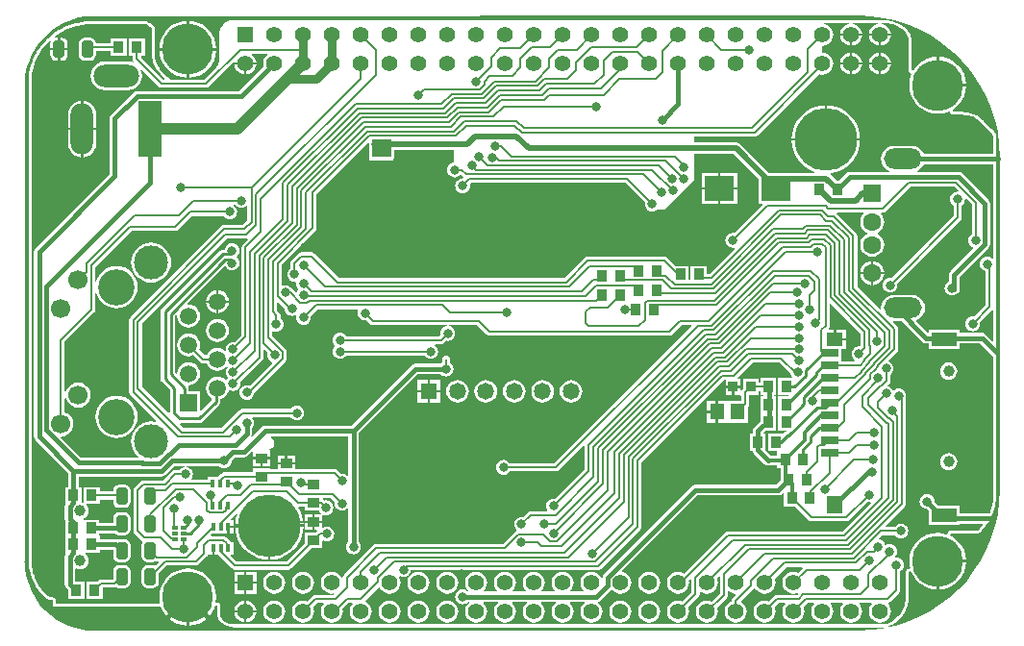
<source format=gbl>
%FSLAX43Y43*%
%MOMM*%
G71*
G01*
G75*
G04 Layer_Physical_Order=2*
G04 Layer_Color=16711680*
%ADD10C,0.254*%
%ADD11R,0.813X0.914*%
%ADD12R,1.000X0.900*%
%ADD13R,1.300X1.400*%
%ADD14O,1.200X0.250*%
%ADD15R,0.400X1.600*%
%ADD16O,0.400X1.600*%
%ADD17R,1.890X1.570*%
%ADD18R,0.914X0.813*%
%ADD19R,0.900X1.000*%
%ADD20R,0.800X0.800*%
%ADD21R,2.000X1.450*%
%ADD22R,1.200X0.250*%
%ADD23R,0.900X0.400*%
%ADD24R,4.000X2.050*%
%ADD25R,2.300X0.500*%
%ADD26R,3.500X2.050*%
%ADD27R,1.400X1.300*%
%ADD28R,2.400X3.300*%
%ADD29R,2.400X0.950*%
%ADD30R,1.700X0.600*%
%ADD31R,1.000X1.000*%
%ADD32R,0.600X1.700*%
%ADD33R,1.000X1.000*%
%ADD34C,0.200*%
%ADD35C,0.400*%
%ADD36C,0.500*%
%ADD37C,0.800*%
%ADD38C,1.000*%
%ADD39C,0.508*%
%ADD40R,1.700X2.100*%
%ADD41C,4.500*%
%ADD42R,1.420X1.420*%
%ADD43C,1.420*%
%ADD44C,1.600*%
%ADD45R,1.600X1.600*%
%ADD46O,3.340X1.800*%
%ADD47C,5.500*%
%ADD48C,1.000*%
%ADD49O,2.000X4.500*%
%ADD50R,2.000X5.000*%
%ADD51O,4.000X2.000*%
%ADD52C,1.700*%
%ADD53C,3.200*%
%ADD54C,3.000*%
%ADD55R,1.500X1.500*%
%ADD56C,1.500*%
%ADD57C,1.480*%
%ADD58R,1.480X1.480*%
%ADD59C,1.270*%
%ADD60C,0.800*%
G04:AMPARAMS|DCode=61|XSize=1mm|YSize=1.5mm|CornerRadius=0.25mm|HoleSize=0mm|Usage=FLASHONLY|Rotation=0.000|XOffset=0mm|YOffset=0mm|HoleType=Round|Shape=RoundedRectangle|*
%AMROUNDEDRECTD61*
21,1,1.000,1.000,0,0,0.0*
21,1,0.500,1.500,0,0,0.0*
1,1,0.500,0.250,-0.500*
1,1,0.500,-0.250,-0.500*
1,1,0.500,-0.250,0.500*
1,1,0.500,0.250,0.500*
%
%ADD61ROUNDEDRECTD61*%
%ADD62R,2.600X2.200*%
%ADD63R,0.400X0.650*%
%ADD64R,0.520X0.300*%
%ADD65R,2.200X1.200*%
%ADD66R,1.400X1.600*%
%ADD67R,1.400X1.200*%
%ADD68R,1.600X0.700*%
%ADD69C,0.305*%
%ADD70R,1.700X1.600*%
G36*
X81447Y92754D02*
X81583Y92650D01*
X81741Y92585D01*
X81911Y92562D01*
X82081Y92585D01*
X82239Y92650D01*
X82375Y92754D01*
X82386Y92769D01*
X82481Y92737D01*
Y91502D01*
X82053Y91075D01*
X80411D01*
X80274Y91048D01*
X80159Y90970D01*
X72159Y82970D01*
X72081Y82855D01*
X72054Y82718D01*
Y76318D01*
X72054Y76318D01*
X72054D01*
X72081Y76181D01*
X72159Y76066D01*
X74424Y73800D01*
X74373Y73714D01*
X74329Y73728D01*
X73986Y73761D01*
X73643Y73728D01*
X73313Y73628D01*
X73009Y73465D01*
X72743Y73246D01*
X72524Y72980D01*
X72361Y72676D01*
X72261Y72346D01*
X72228Y72003D01*
X72261Y71660D01*
X72361Y71330D01*
X72524Y71026D01*
X72743Y70760D01*
X72851Y70671D01*
X72817Y70577D01*
X67801D01*
X66026Y72352D01*
X66058Y72446D01*
X66323Y72481D01*
X66591Y72592D01*
X66821Y72768D01*
X66997Y72998D01*
X67108Y73266D01*
X67145Y73553D01*
X67108Y73840D01*
X66997Y74108D01*
X66821Y74338D01*
X66591Y74514D01*
X66393Y74596D01*
Y75770D01*
X66491Y75790D01*
X66595Y75538D01*
X66771Y75308D01*
X67001Y75132D01*
X67269Y75021D01*
X67556Y74984D01*
X67843Y75021D01*
X68111Y75132D01*
X68341Y75308D01*
X68517Y75538D01*
X68628Y75806D01*
X68665Y76093D01*
X68628Y76380D01*
X68517Y76648D01*
X68341Y76878D01*
X68111Y77054D01*
X67843Y77165D01*
X67556Y77202D01*
X67269Y77165D01*
X67001Y77054D01*
X66771Y76878D01*
X66595Y76648D01*
X66491Y76396D01*
X66393Y76416D01*
Y80795D01*
X68958Y83361D01*
X69036Y83476D01*
X69063Y83613D01*
X69063Y83613D01*
X69063Y83613D01*
Y83613D01*
Y85054D01*
X69162Y85069D01*
X69219Y84882D01*
X69390Y84560D01*
X69622Y84279D01*
X69903Y84047D01*
X70225Y83876D01*
X70573Y83770D01*
X70936Y83734D01*
X71299Y83770D01*
X71647Y83876D01*
X71969Y84047D01*
X72250Y84279D01*
X72482Y84560D01*
X72653Y84882D01*
X72759Y85230D01*
X72795Y85593D01*
X72759Y85956D01*
X72653Y86304D01*
X72482Y86626D01*
X72250Y86907D01*
X71969Y87139D01*
X71647Y87310D01*
X71299Y87416D01*
X70936Y87452D01*
X70573Y87416D01*
X70225Y87310D01*
X69903Y87139D01*
X69622Y86907D01*
X69390Y86626D01*
X69219Y86304D01*
X69162Y86117D01*
X69063Y86132D01*
Y87365D01*
X72259Y90561D01*
X76111D01*
X76248Y90588D01*
X76363Y90666D01*
X76363Y90666D01*
X76363Y90666D01*
X77559Y91861D01*
X80366D01*
X80447Y91754D01*
X80583Y91650D01*
X80741Y91585D01*
X80911Y91562D01*
X81081Y91585D01*
X81239Y91650D01*
X81375Y91754D01*
X81479Y91890D01*
X81544Y92048D01*
X81567Y92218D01*
X81544Y92388D01*
X81479Y92546D01*
X81375Y92682D01*
X81264Y92766D01*
X81283Y92823D01*
X81382Y92840D01*
X81447Y92754D01*
D02*
G37*
G36*
X93156Y98228D02*
Y98223D01*
X93155Y98218D01*
X93156Y98213D01*
Y97018D01*
X93176Y96920D01*
X93231Y96838D01*
X93313Y96783D01*
X93411Y96763D01*
X95111D01*
X95209Y96783D01*
X95291Y96838D01*
X95346Y96920D01*
X95366Y97018D01*
Y97704D01*
X100611D01*
Y96560D01*
X100541Y96551D01*
X100383Y96486D01*
X100247Y96382D01*
X100143Y96246D01*
X100078Y96088D01*
X100055Y95918D01*
X100078Y95748D01*
X100143Y95590D01*
X100247Y95454D01*
X100383Y95350D01*
X100541Y95285D01*
X100711Y95262D01*
X100881Y95285D01*
X101039Y95350D01*
X101175Y95454D01*
X101264Y95460D01*
X101459Y95266D01*
X101424Y95172D01*
X101411Y95174D01*
X101241Y95151D01*
X101083Y95086D01*
X100947Y94982D01*
X100843Y94846D01*
X100778Y94688D01*
X100755Y94518D01*
X100778Y94348D01*
X100843Y94190D01*
X100947Y94054D01*
X101083Y93950D01*
X101241Y93885D01*
X101411Y93862D01*
X101581Y93885D01*
X101739Y93950D01*
X101875Y94054D01*
X101979Y94190D01*
X102044Y94348D01*
X102067Y94518D01*
X102049Y94651D01*
X102159Y94761D01*
X115763D01*
X117473Y93051D01*
X117455Y92918D01*
X117478Y92748D01*
X117543Y92590D01*
X117647Y92454D01*
X117783Y92350D01*
X117941Y92285D01*
X118111Y92262D01*
X118281Y92285D01*
X118439Y92350D01*
X118575Y92454D01*
X118575Y92454D01*
X118611Y92418D01*
X119211D01*
X121811Y95018D01*
Y97304D01*
X125294D01*
X127475Y95123D01*
Y92950D01*
X127808D01*
X127846Y92858D01*
X125344Y90356D01*
X125211Y90374D01*
X125041Y90351D01*
X124883Y90286D01*
X124747Y90182D01*
X124643Y90046D01*
X124578Y89888D01*
X124555Y89718D01*
X124578Y89548D01*
X124643Y89390D01*
X124747Y89254D01*
X124883Y89150D01*
X125041Y89085D01*
X125211Y89062D01*
X125333Y89078D01*
X125377Y88989D01*
X123163Y86775D01*
X122911D01*
Y87468D01*
X121511D01*
Y86208D01*
X121311D01*
Y87468D01*
X120166D01*
X119463Y88170D01*
X119348Y88248D01*
X119211Y88275D01*
X112411D01*
X112274Y88248D01*
X112159Y88170D01*
X110363Y86375D01*
X90559D01*
X88363Y88570D01*
X88248Y88648D01*
X88111Y88675D01*
X87211D01*
X87074Y88648D01*
X86959Y88570D01*
X86359Y87970D01*
X86281Y87855D01*
X86254Y87718D01*
Y87263D01*
X86147Y87182D01*
X86043Y87046D01*
X85978Y86888D01*
X85955Y86718D01*
X85978Y86548D01*
X86043Y86390D01*
X86147Y86254D01*
X86283Y86150D01*
X86441Y86085D01*
X86611Y86062D01*
X86696Y86074D01*
X86767Y86003D01*
X86755Y85918D01*
X86778Y85748D01*
X86843Y85590D01*
X86947Y85454D01*
Y85382D01*
X86843Y85246D01*
X86803Y85148D01*
X86705Y85129D01*
X86463Y85370D01*
X86390Y85420D01*
X86379Y85446D01*
X86275Y85582D01*
X86139Y85686D01*
X85981Y85751D01*
X85811Y85774D01*
X85641Y85751D01*
X85551Y85714D01*
X85468Y85769D01*
Y87542D01*
X88463Y90538D01*
X88541Y90653D01*
X88568Y90790D01*
X88568Y90790D01*
X88568Y90790D01*
Y90790D01*
Y93770D01*
X93064Y98266D01*
X93156Y98228D01*
D02*
G37*
G36*
X148160Y88133D02*
X148065Y88101D01*
X148065Y88102D01*
X147929Y88206D01*
X147771Y88271D01*
X147601Y88294D01*
X147431Y88271D01*
X147273Y88206D01*
X147137Y88102D01*
X147033Y87966D01*
X146968Y87808D01*
X146945Y87638D01*
X146968Y87468D01*
X147033Y87310D01*
X147137Y87174D01*
X147273Y87070D01*
X147431Y87005D01*
X147444Y87003D01*
Y83986D01*
X146454Y82996D01*
X146321Y83014D01*
X146151Y82991D01*
X145993Y82926D01*
X145857Y82822D01*
X145753Y82686D01*
X145688Y82528D01*
X145665Y82358D01*
X145688Y82188D01*
X145753Y82030D01*
X145857Y81894D01*
X145993Y81790D01*
X146151Y81725D01*
X146321Y81702D01*
X146491Y81725D01*
X146649Y81790D01*
X146785Y81894D01*
X146889Y82030D01*
X146954Y82188D01*
X146977Y82358D01*
X146959Y82491D01*
X148053Y83586D01*
X148065Y83604D01*
X148161Y83575D01*
X148162Y80893D01*
X148070Y80854D01*
X147499Y81424D01*
X147351Y81524D01*
X147175Y81559D01*
X145161D01*
Y81868D01*
X142461D01*
Y81648D01*
X142369Y81609D01*
X141387Y82591D01*
X141406Y82689D01*
X141550Y82748D01*
X141790Y82933D01*
X141975Y83173D01*
X142090Y83453D01*
X142130Y83753D01*
X142090Y84053D01*
X141975Y84333D01*
X141790Y84573D01*
X141550Y84758D01*
X141270Y84873D01*
X140970Y84913D01*
X139430D01*
X139130Y84873D01*
X138850Y84758D01*
X138610Y84573D01*
X138425Y84333D01*
X138310Y84053D01*
X138270Y83753D01*
X138278Y83689D01*
X138189Y83645D01*
X136168Y85666D01*
Y90112D01*
X136141Y90249D01*
X136063Y90364D01*
X134359Y92069D01*
X134363Y92079D01*
X134418Y92161D01*
X136697D01*
X136741Y92071D01*
X136573Y91853D01*
X136467Y91597D01*
X136431Y91323D01*
X136467Y91049D01*
X136573Y90793D01*
X136741Y90574D01*
X136960Y90406D01*
X137040Y90373D01*
Y90273D01*
X136960Y90240D01*
X136741Y90072D01*
X136573Y89853D01*
X136467Y89597D01*
X136431Y89323D01*
X136467Y89049D01*
X136573Y88793D01*
X136741Y88574D01*
X136960Y88406D01*
X137216Y88300D01*
X137490Y88264D01*
X137764Y88300D01*
X138020Y88406D01*
X138239Y88574D01*
X138407Y88793D01*
X138513Y89049D01*
X138549Y89323D01*
X138513Y89597D01*
X138407Y89853D01*
X138239Y90072D01*
X138020Y90240D01*
X137940Y90273D01*
Y90373D01*
X138020Y90406D01*
X138239Y90574D01*
X138407Y90793D01*
X138513Y91049D01*
X138549Y91323D01*
X138513Y91597D01*
X138407Y91853D01*
X138239Y92071D01*
X138283Y92161D01*
X138411D01*
X138548Y92188D01*
X138663Y92266D01*
X138663Y92266D01*
X138663Y92266D01*
X140829Y94431D01*
X144713D01*
X145053Y94091D01*
X145009Y94001D01*
X144991Y94004D01*
X144821Y93981D01*
X144663Y93916D01*
X144527Y93812D01*
X144423Y93676D01*
X144358Y93518D01*
X144335Y93348D01*
X144358Y93178D01*
X144423Y93020D01*
X144527Y92884D01*
X144634Y92803D01*
Y91856D01*
X139184Y86406D01*
X139051Y86424D01*
X138881Y86401D01*
X138723Y86336D01*
X138587Y86232D01*
X138483Y86096D01*
X138418Y85938D01*
X138395Y85768D01*
X138418Y85598D01*
X138483Y85440D01*
X138587Y85304D01*
X138723Y85200D01*
X138881Y85135D01*
X139051Y85112D01*
X139221Y85135D01*
X139379Y85200D01*
X139515Y85304D01*
X139619Y85440D01*
X139684Y85598D01*
X139707Y85768D01*
X139689Y85901D01*
X145243Y91456D01*
X145321Y91571D01*
X145348Y91708D01*
X145348Y91708D01*
X145348Y91708D01*
Y91708D01*
Y92803D01*
X145455Y92884D01*
X145559Y93020D01*
X145624Y93178D01*
X145647Y93348D01*
X145644Y93366D01*
X145734Y93410D01*
X146254Y92890D01*
Y90263D01*
X146147Y90182D01*
X146043Y90046D01*
X145978Y89888D01*
X145955Y89718D01*
X145978Y89548D01*
X146043Y89390D01*
X146147Y89254D01*
X146283Y89150D01*
X146372Y89114D01*
X146391Y89016D01*
X144387Y87011D01*
X144287Y86862D01*
X144252Y86687D01*
Y86114D01*
X144183Y86086D01*
X144047Y85982D01*
X143943Y85846D01*
X143878Y85688D01*
X143855Y85518D01*
X143878Y85348D01*
X143943Y85190D01*
X144047Y85054D01*
X144183Y84950D01*
X144341Y84885D01*
X144511Y84862D01*
X144681Y84885D01*
X144839Y84950D01*
X144959Y85043D01*
X145035Y85094D01*
X145135Y85242D01*
X145170Y85418D01*
Y86497D01*
X147735Y89062D01*
X147835Y89211D01*
X147870Y89387D01*
Y92945D01*
X147835Y93121D01*
X147735Y93270D01*
X145393Y95612D01*
X145244Y95712D01*
X145068Y95747D01*
X141464D01*
X141445Y95845D01*
X141550Y95888D01*
X141790Y96073D01*
X141975Y96313D01*
X142025Y96434D01*
X148157D01*
X148160Y88133D01*
D02*
G37*
G36*
X91352Y69035D02*
X91262Y68991D01*
X91139Y69086D01*
X90981Y69151D01*
X90811Y69174D01*
X90678Y69156D01*
X90366Y69468D01*
X90250Y69545D01*
X90113Y69573D01*
X86631D01*
Y69966D01*
X85123D01*
Y69573D01*
X84475D01*
Y69625D01*
X82975D01*
Y69282D01*
X80408D01*
X80271Y69255D01*
X80155Y69177D01*
X79826Y68848D01*
X78955D01*
Y68630D01*
X77569D01*
X77525Y68720D01*
X77579Y68790D01*
X77644Y68948D01*
X77667Y69118D01*
X77644Y69288D01*
X77579Y69446D01*
X77475Y69582D01*
X77339Y69686D01*
X77181Y69751D01*
X77119Y69759D01*
X77125Y69859D01*
X79944D01*
X79947Y69854D01*
X80083Y69750D01*
X80241Y69685D01*
X80411Y69662D01*
X80581Y69685D01*
X80739Y69750D01*
X80875Y69854D01*
X80979Y69990D01*
X81044Y70148D01*
X81067Y70318D01*
X81066Y70324D01*
X81351Y70609D01*
X82161D01*
X82337Y70644D01*
X82485Y70744D01*
X82879Y71137D01*
X82971Y71098D01*
Y70625D01*
X84479D01*
Y71229D01*
X84272D01*
X84266Y71236D01*
X84469Y71320D01*
X84469D01*
D01*
D01*
D01*
X84469Y71320D01*
X84656Y71444D01*
X84780Y71631D01*
X84824Y71850D01*
X84780Y72069D01*
X84656Y72256D01*
X84494Y72363D01*
X84523Y72459D01*
X91352D01*
Y69035D01*
D02*
G37*
G36*
X136454Y81536D02*
Y80431D01*
X136379Y80365D01*
X136311Y80374D01*
X136141Y80351D01*
X135983Y80286D01*
X135847Y80182D01*
X135743Y80046D01*
X135678Y79888D01*
X135655Y79718D01*
X135678Y79548D01*
X135743Y79390D01*
X135847Y79254D01*
X135958Y79170D01*
X135926Y79075D01*
X134761D01*
Y79218D01*
Y80164D01*
X135165D01*
Y80918D01*
X134211D01*
Y81018D01*
X134111D01*
Y81872D01*
X133700D01*
X133662Y81964D01*
X133663Y81966D01*
X133741Y82081D01*
X133768Y82218D01*
Y84091D01*
X133860Y84130D01*
X136454Y81536D01*
D02*
G37*
G36*
X136389Y109496D02*
Y109496D01*
X136392Y109499D01*
X137391Y109455D01*
X138464Y109314D01*
X139521Y109080D01*
X140554Y108754D01*
X141554Y108340D01*
X142515Y107840D01*
X143428Y107258D01*
X144287Y106599D01*
X145085Y105867D01*
X145376Y105550D01*
X145374Y105537D01*
X145388D01*
X145669Y105230D01*
D01*
X145816Y105069D01*
X146476Y104210D01*
X147057Y103297D01*
X147557Y102337D01*
X147972Y101336D01*
X148297Y100304D01*
X148532Y99247D01*
X148673Y98173D01*
X148719Y97118D01*
X148714Y97092D01*
Y97010D01*
X148713Y97009D01*
X148714Y97008D01*
Y67605D01*
X148714Y67603D01*
X148674Y66682D01*
X148532Y65608D01*
X148298Y64550D01*
X147972Y63516D01*
X147557Y62515D01*
X147057Y61554D01*
X146475Y60640D01*
X145815Y59780D01*
X145083Y58981D01*
X144284Y58249D01*
X143424Y57589D01*
X142510Y57007D01*
X141549Y56506D01*
X140548Y56092D01*
X139514Y55766D01*
X138959Y55643D01*
X138934Y55739D01*
X138944Y55742D01*
X138968Y55750D01*
X139047Y55774D01*
X139069Y55786D01*
X139069Y55786D01*
X139093Y55798D01*
X139093Y55798D01*
X139093Y55798D01*
X139093Y55798D01*
X139098Y55801D01*
X139100Y55803D01*
X139100D01*
X139101Y55803D01*
X139113Y55809D01*
X139113Y55809D01*
X139264Y55890D01*
D01*
X139424Y55975D01*
X139443Y55991D01*
D01*
X139447Y55995D01*
X139461Y56006D01*
D01*
X139503Y56040D01*
X139503Y56040D01*
X139741Y56235D01*
X139741Y56235D01*
X139755Y56247D01*
X139767Y56260D01*
D01*
X139893Y56398D01*
X139897Y56401D01*
X139897Y56401D01*
X139903Y56405D01*
X139905Y56408D01*
X139906Y56409D01*
X139914Y56415D01*
X139917Y56412D01*
X139945Y56444D01*
X139945Y56444D01*
X139958Y56460D01*
Y56460D01*
X140036Y56552D01*
X140121Y56651D01*
X140121Y56651D01*
X140121Y56651D01*
X140183Y56724D01*
X140183Y56724D01*
X140196Y56739D01*
X140207Y56756D01*
X140207Y56756D01*
X140309Y56922D01*
X140421Y57106D01*
X140428Y57124D01*
X140428Y57124D01*
X140546Y57407D01*
X140585Y57503D01*
X140598Y57554D01*
X140611Y57610D01*
X140611Y57610D01*
X140634Y57704D01*
X140636Y57712D01*
Y57712D01*
X140681Y57901D01*
Y57901D01*
X140686Y57921D01*
X140687Y57941D01*
X140687Y57941D01*
X140719Y58339D01*
Y58339D01*
X140719Y58349D01*
X140719Y58360D01*
Y58360D01*
X140716Y60068D01*
X140715Y60270D01*
X140715Y60508D01*
X140715Y60508D01*
X140714Y60519D01*
X140715Y60524D01*
Y60524D01*
X140715Y60524D01*
X140715Y60535D01*
X140716Y60537D01*
X140719Y60538D01*
X140730Y60540D01*
X140734Y60542D01*
X140745Y60543D01*
X140745Y60543D01*
X140803Y60552D01*
X140812Y60555D01*
X140822Y60555D01*
X140836Y60562D01*
X140927Y60520D01*
X140931Y60505D01*
X141164Y60070D01*
X141477Y59689D01*
X141858Y59376D01*
X142293Y59143D01*
X142765Y59000D01*
X143129Y58964D01*
Y61468D01*
X143256D01*
Y61595D01*
X145760D01*
X145724Y61959D01*
X145581Y62431D01*
X145348Y62866D01*
X145035Y63247D01*
X144654Y63560D01*
X144328Y63734D01*
X144320Y63743D01*
X144340Y63786D01*
X144361Y63827D01*
X144361Y63831D01*
X144362Y63833D01*
X144382Y63910D01*
X144387Y63922D01*
X144399Y63924D01*
X145808Y63920D01*
X146770Y63918D01*
Y63911D01*
X146823Y63922D01*
X146823D01*
X146823D01*
X146824Y63922D01*
X146824D01*
X146853Y63928D01*
X146853Y63928D01*
X146853D01*
X146853Y63928D01*
X146903Y63938D01*
X146945Y63966D01*
X146945Y63966D01*
X146945Y63966D01*
X146945Y63966D01*
X146945Y63966D01*
X146987Y63994D01*
X146987Y63994D01*
X146987Y63994D01*
D01*
X146988Y63995D01*
X146996Y64000D01*
D01*
X146999Y64002D01*
X146999Y64002D01*
X147016Y64013D01*
X147018Y64011D01*
X147049Y64046D01*
X147049Y64046D01*
X147162Y64175D01*
Y64175D01*
X147162Y64175D01*
X147420Y64469D01*
X147420Y64469D01*
X147431Y64482D01*
X147467Y64536D01*
X147467Y64536D01*
X147473Y64544D01*
Y64544D01*
X147779Y65003D01*
X148057Y65565D01*
X148073Y65612D01*
X148073Y65612D01*
X148087Y65653D01*
X148087Y65653D01*
X148098Y65687D01*
X148236Y66092D01*
Y66092D01*
X148236Y66092D01*
X148253Y66142D01*
Y66142D01*
X148258Y66158D01*
X148261Y66174D01*
Y66174D01*
X148282Y66281D01*
Y66281D01*
X148298Y66360D01*
Y66360D01*
X148302Y66377D01*
X148307Y66405D01*
Y66405D01*
X148337Y66553D01*
X148340Y66571D01*
D01*
X148340Y66571D01*
D01*
X148342Y66581D01*
X148380Y66773D01*
X148381Y66789D01*
D01*
X148383Y66813D01*
Y66813D01*
Y66813D01*
Y66813D01*
X148397Y67022D01*
Y67022D01*
D01*
X148421Y67390D01*
D01*
X148421Y67398D01*
X148421Y67406D01*
D01*
X148419Y73148D01*
X148417Y80893D01*
Y80893D01*
Y80893D01*
Y80893D01*
Y80893D01*
X148416Y83575D01*
Y83575D01*
X148414Y88133D01*
Y88133D01*
X148412Y96434D01*
Y96434D01*
X148411Y97442D01*
X148411Y98347D01*
X148411Y98347D01*
Y98348D01*
X148415Y98495D01*
X148414Y98498D01*
X148415Y98502D01*
Y98694D01*
X148420D01*
X148413Y98744D01*
D01*
X148405Y98807D01*
D01*
Y98807D01*
Y98807D01*
X148391Y98911D01*
X148391D01*
X148391Y98911D01*
D01*
X148385Y98961D01*
X148378Y98977D01*
X148378Y98977D01*
X148372Y98992D01*
D01*
Y98992D01*
X148372Y98992D01*
X148294Y99179D01*
X148294Y99179D01*
X148281Y99210D01*
X148261Y99237D01*
X148261Y99237D01*
X148230Y99277D01*
X148117Y99424D01*
X147967Y99573D01*
X147281Y100248D01*
X147278Y100251D01*
X147273Y100259D01*
X147270Y100263D01*
X147270Y100263D01*
X147268Y100267D01*
X147268D01*
X147268Y100267D01*
X147268D01*
D01*
D01*
D01*
X147261Y100280D01*
X147264Y100283D01*
X147258Y100287D01*
X147258Y100287D01*
X147220Y100319D01*
X147220Y100319D01*
X146896Y100584D01*
X146896Y100584D01*
X146877Y100600D01*
X146855Y100612D01*
X146855Y100612D01*
X146458Y100824D01*
X146458Y100824D01*
X146436Y100836D01*
X146412Y100843D01*
X146412Y100843D01*
X145981Y100974D01*
X145981D01*
X145957Y100981D01*
X145932Y100984D01*
X145932D01*
X145606Y101016D01*
X145606D01*
D01*
X145525Y101024D01*
X145459Y101030D01*
X145446Y101030D01*
X145446D01*
X144592Y101025D01*
X144580Y101027D01*
X144575Y101038D01*
X144564Y101083D01*
X144557Y101098D01*
X144554Y101113D01*
X144537Y101140D01*
Y101140D01*
Y101140D01*
X144556Y101212D01*
X144593Y101253D01*
X144654Y101286D01*
X145035Y101599D01*
X145348Y101980D01*
X145581Y102415D01*
X145724Y102887D01*
X145760Y103251D01*
X143256D01*
Y103378D01*
X143129D01*
Y105882D01*
X142765Y105846D01*
X142293Y105703D01*
X141858Y105470D01*
X141477Y105157D01*
X141164Y104776D01*
X141134Y104719D01*
X141090Y104680D01*
X141020Y104661D01*
X140992Y104679D01*
X140977Y104681D01*
X140962Y104688D01*
X140919Y104699D01*
X140907Y104704D01*
X140905Y104717D01*
X140911Y107472D01*
D01*
D01*
X140911D01*
Y107472D01*
Y107472D01*
X140911D01*
D01*
D01*
Y107472D01*
D01*
X140911Y107472D01*
D01*
D01*
D01*
Y107472D01*
X140911Y107473D01*
X140911Y107475D01*
X140911Y107475D01*
X140911Y107475D01*
X140911D01*
D01*
D01*
D01*
D01*
D01*
X140911Y107493D01*
X140911Y107494D01*
X140920D01*
X140894Y107690D01*
X140893Y107695D01*
X140893D01*
X140893Y107695D01*
D01*
X140891Y107715D01*
X140889Y107728D01*
Y107728D01*
X140885Y107761D01*
X140876Y107782D01*
X140876Y107782D01*
X140873Y107790D01*
X140872Y107792D01*
Y107792D01*
X140844Y107858D01*
X140781Y108010D01*
X140761Y108037D01*
X140761Y108037D01*
X140646Y108187D01*
X140646Y108187D01*
X140638Y108197D01*
X140632Y108206D01*
D01*
X140617Y108224D01*
X140618Y108225D01*
X140250Y108539D01*
X140044Y108665D01*
X140044Y108665D01*
X139855Y108781D01*
X139855Y108781D01*
X139838Y108792D01*
X139812Y108802D01*
X139802Y108806D01*
X139802D01*
X139802Y108806D01*
X139802Y108806D01*
X139409Y108969D01*
D01*
X139391Y108977D01*
X139371Y108981D01*
X139371D01*
X139255Y109009D01*
X139255D01*
X139206Y109021D01*
X139206D01*
X138940Y109085D01*
X138940D01*
X138920Y109090D01*
X138900Y109091D01*
X138900Y109091D01*
X138689Y109108D01*
X138689D01*
D01*
X138568Y109117D01*
D01*
X138438Y109128D01*
X135455Y109127D01*
X135455D01*
X134603Y109127D01*
X81288Y109118D01*
X81277Y109130D01*
Y109130D01*
X80920Y109083D01*
X80588Y108945D01*
X80303Y108726D01*
X80305Y108724D01*
X80141Y108510D01*
X80037Y108261D01*
X80002Y107994D01*
X80011Y105967D01*
X80011Y105967D01*
X80011D01*
X80020Y105957D01*
X79981Y105565D01*
X79864Y105179D01*
X79746Y104958D01*
X78663Y103875D01*
X75710D01*
X75665Y103899D01*
X75405Y104112D01*
X75374Y104144D01*
X75374Y104145D01*
X75055Y104473D01*
X75055Y104473D01*
X75055Y104473D01*
D01*
X75052Y104476D01*
D01*
X75018Y104511D01*
X75014Y104507D01*
X75014D01*
X75012Y104509D01*
X75011Y104510D01*
X75004Y104514D01*
X75004Y104514D01*
X75001Y104518D01*
X74994Y104522D01*
D01*
X74994Y104522D01*
X74992Y104524D01*
X74992Y104524D01*
X74992Y104524D01*
X74992Y104524D01*
X74992Y104524D01*
X74747Y104823D01*
X74721Y104855D01*
X74721Y104855D01*
X74708Y104870D01*
X74699Y104888D01*
X74699Y104888D01*
X74699Y104888D01*
X74699Y104888D01*
X74632Y105012D01*
X74632Y105012D01*
X74572Y105125D01*
X74493Y105272D01*
X74493Y105272D01*
X74484Y105290D01*
X74478Y105309D01*
X74478Y105309D01*
X74478Y105309D01*
D01*
X74415Y105517D01*
X74415Y105517D01*
D01*
X74397Y105578D01*
X74352Y105726D01*
Y105726D01*
X74346Y105745D01*
X74299Y106218D01*
X74299Y106239D01*
X74299D01*
X74299D01*
Y106239D01*
D01*
D01*
X74299Y106240D01*
D01*
D01*
D01*
D01*
Y106240D01*
D01*
D01*
D01*
Y106240D01*
Y106240D01*
Y106240D01*
X74305Y107304D01*
X74311Y108377D01*
X74318D01*
X74307Y108430D01*
Y108430D01*
X74307Y108430D01*
X74307Y108431D01*
Y108431D01*
X74301Y108460D01*
X74301Y108460D01*
X74291Y108510D01*
X74263Y108552D01*
X74263Y108552D01*
X74263Y108552D01*
D01*
D01*
X74230Y108601D01*
X74230Y108601D01*
X74216Y108623D01*
X74219Y108626D01*
X74174Y108661D01*
X74174Y108661D01*
X74172Y108663D01*
X74172Y108663D01*
X74086Y108728D01*
X74086Y108728D01*
X74085Y108729D01*
X74084Y108731D01*
X74084D01*
X74084Y108731D01*
X74084Y108731D01*
X73961Y108825D01*
X73961Y108825D01*
X73934Y108845D01*
X73903Y108858D01*
X73903Y108858D01*
X73633Y108970D01*
X73633D01*
X73602Y108983D01*
X73569Y108987D01*
X73569Y108987D01*
X73464Y109001D01*
X73464D01*
X73343Y109017D01*
X73245Y109030D01*
X71939Y109026D01*
X69460Y109020D01*
X69031Y109019D01*
X68868Y109018D01*
X68868Y109018D01*
X68868D01*
X68868Y109018D01*
X68868D01*
X68868Y109018D01*
X68868D01*
X68868Y109018D01*
X68868Y109018D01*
X68868D01*
X68868Y109018D01*
X68868D01*
X68868Y109018D01*
X68867D01*
X68867Y109018D01*
X68867Y109018D01*
X68866Y109018D01*
X68866Y109018D01*
X68865Y109018D01*
X68863Y109019D01*
X68863Y109019D01*
X68845Y109019D01*
X68829Y109022D01*
X68828D01*
X68827Y109022D01*
X68825Y109023D01*
X68824Y109023D01*
X68822Y109023D01*
Y109023D01*
X68822Y109023D01*
D01*
X68819Y109023D01*
X68818Y109023D01*
X68818D01*
D01*
X68818Y109023D01*
X68815D01*
X68815D01*
Y109030D01*
X68759Y109027D01*
D01*
X68142Y108986D01*
X68142D01*
X68142D01*
X68142D01*
X68106Y108984D01*
D01*
X68106D01*
X68073Y108982D01*
X68073D01*
X68056Y108981D01*
X68040Y108977D01*
X68040D01*
X68011Y108972D01*
X68011Y108972D01*
X67332Y108837D01*
X67310Y108832D01*
X67294Y108827D01*
X67294Y108827D01*
X66605Y108593D01*
X66605Y108593D01*
X66589Y108588D01*
X66574Y108580D01*
X66574Y108580D01*
X66540Y108563D01*
X65907Y108251D01*
X65892Y108241D01*
X65865Y108223D01*
X65865Y108223D01*
X65865Y108223D01*
X65351Y107880D01*
X65351Y107880D01*
X65274Y107828D01*
X64910Y107509D01*
X64910Y107509D01*
X64761Y107379D01*
X64761Y107379D01*
D01*
X64761Y107379D01*
X64726Y107348D01*
X64702Y107327D01*
X64703Y107326D01*
X64476Y107067D01*
X64420Y107002D01*
X64375Y106952D01*
X64284Y106848D01*
X64272Y106834D01*
D01*
X64261Y106821D01*
X64251Y106807D01*
X64251Y106807D01*
X64230Y106775D01*
X64223Y106765D01*
X64223Y106765D01*
X63897Y106277D01*
X63897Y106277D01*
X63888Y106263D01*
X63880Y106248D01*
X63880Y106248D01*
X63839Y106163D01*
X63591Y105661D01*
X63585Y105645D01*
X63585Y105645D01*
X63524Y105465D01*
X63503Y105402D01*
X63489Y105362D01*
X63489Y105362D01*
X63380Y105041D01*
X63380Y105041D01*
X63375Y105025D01*
X63372Y105009D01*
Y105009D01*
X63330Y104798D01*
X63244Y104367D01*
X63200Y103697D01*
X63207Y76553D01*
Y61518D01*
X63202D01*
X63204Y61483D01*
Y61483D01*
X63208Y61429D01*
D01*
X63225Y61167D01*
D01*
Y61167D01*
Y61167D01*
X63231Y61073D01*
D01*
Y61073D01*
Y61073D01*
X63232Y61052D01*
X63239Y60950D01*
X63242Y60933D01*
Y60933D01*
X63244Y60923D01*
X63254Y60874D01*
X63259Y60849D01*
X63259Y60849D01*
X63259Y60849D01*
Y60849D01*
X63294Y60674D01*
X63294Y60674D01*
Y60674D01*
D01*
X63306Y60615D01*
X63306Y60615D01*
Y60615D01*
Y60615D01*
X63347Y60407D01*
D01*
X63350Y60391D01*
X63355Y60375D01*
Y60375D01*
X63445Y60112D01*
X63445Y60112D01*
X63445Y60112D01*
Y60112D01*
X63447Y60104D01*
X63447Y60104D01*
D01*
Y60104D01*
X63528Y59867D01*
X63528Y59867D01*
X63533Y59851D01*
X63541Y59836D01*
D01*
X63541Y59836D01*
X63702Y59508D01*
X63778Y59356D01*
X63778Y59356D01*
X63785Y59341D01*
X63794Y59327D01*
X63794Y59327D01*
X63835Y59266D01*
X63961Y59078D01*
X63988Y59037D01*
X63988Y59037D01*
X64039Y58960D01*
X64092Y58881D01*
X64092Y58881D01*
X64102Y58867D01*
X64113Y58854D01*
X64113Y58854D01*
X64277Y58667D01*
X64331Y58606D01*
X64331Y58606D01*
X64429Y58494D01*
X64477Y58439D01*
X64488Y58429D01*
X64488Y58429D01*
X64491Y58426D01*
X64491Y58426D01*
X64518Y58402D01*
X64539Y58382D01*
X64539Y58382D01*
X64567Y58357D01*
X64591Y58336D01*
X64591D01*
D01*
Y58336D01*
X64591Y58336D01*
X64601Y58327D01*
X64609Y58316D01*
X64605Y58312D01*
X64640Y58285D01*
X64640Y58285D01*
X64657Y58271D01*
X64657Y58271D01*
X64657Y58271D01*
D01*
X64667Y58264D01*
X64737Y58210D01*
X64755Y58197D01*
X64755Y58197D01*
X64776Y58181D01*
X64792Y58168D01*
X64792Y58168D01*
X64819Y58148D01*
X64850Y58135D01*
X64850Y58135D01*
X65001Y58072D01*
X65001D01*
X65001Y58072D01*
D01*
X65011Y58068D01*
X65068Y58044D01*
X65101Y58040D01*
X65101D01*
X65134Y58036D01*
D01*
X65143Y58034D01*
X65145Y58034D01*
D01*
X65213Y58025D01*
X65293Y58015D01*
X65293D01*
D01*
X65315Y58012D01*
X65315Y58012D01*
Y58012D01*
X65334Y57998D01*
D01*
X65333Y57991D01*
X65333Y57991D01*
X65335Y57984D01*
Y57970D01*
X65335Y57970D01*
X65335Y57970D01*
X65335Y57970D01*
Y57713D01*
Y57458D01*
X74711D01*
Y57458D01*
X74711Y57458D01*
X74724Y57461D01*
X74733Y57461D01*
X74753Y57468D01*
X74793Y57477D01*
D01*
X74891Y57330D01*
Y57330D01*
X74891Y57330D01*
X75124Y56895D01*
X75437Y56514D01*
X75818Y56201D01*
X76253Y55968D01*
X76725Y55825D01*
X77089Y55789D01*
Y58293D01*
X77343D01*
Y55789D01*
X77707Y55825D01*
X78179Y55968D01*
X78614Y56201D01*
X78995Y56514D01*
X79308Y56895D01*
X79541Y57330D01*
X79552Y57368D01*
X79658Y57580D01*
X79658D01*
X79715Y57574D01*
X79747Y57564D01*
X79765Y57563D01*
X79783Y57556D01*
X79784Y57556D01*
X79784Y57556D01*
X79795Y57554D01*
X79799Y57553D01*
X79799Y57553D01*
X79799Y57553D01*
X79799Y57553D01*
X79813Y57547D01*
X79813Y57536D01*
X79814Y57531D01*
X79814Y57520D01*
X79814Y57520D01*
X79814Y57347D01*
X79811Y56872D01*
X79811Y56872D01*
X79809Y56849D01*
X79803Y56842D01*
X79802D01*
X79809Y56788D01*
Y56788D01*
X79833Y56608D01*
X79833Y56608D01*
X79837Y56575D01*
X79850Y56544D01*
X79850Y56544D01*
X79859Y56522D01*
X79859Y56522D01*
X79861Y56518D01*
X79861Y56518D01*
D01*
X79861Y56518D01*
X79861Y56518D01*
X79889Y56450D01*
Y56450D01*
Y56450D01*
X79906Y56409D01*
X79913Y56391D01*
X79913Y56391D01*
X79913Y56391D01*
X79913Y56391D01*
Y56391D01*
X79928Y56357D01*
X79928Y56357D01*
X79941Y56326D01*
X79973Y56284D01*
X79998Y56250D01*
X79998D01*
X80013Y56231D01*
X80013Y56231D01*
X80049Y56185D01*
X80081Y56142D01*
X80084Y56139D01*
D01*
X80084Y56139D01*
X80084Y56139D01*
X80084Y56138D01*
X80085Y56137D01*
X80085Y56137D01*
X80105Y56112D01*
X80105Y56112D01*
X80126Y56095D01*
X80126Y56095D01*
X80196Y56037D01*
X80196Y56037D01*
X80246Y55997D01*
X80365Y55899D01*
X80455Y55851D01*
X80513Y55820D01*
X80513Y55820D01*
X80640Y55752D01*
X80640Y55752D01*
X80662Y55740D01*
X80686Y55733D01*
X80686Y55733D01*
X80706Y55727D01*
X80706D01*
X80712Y55725D01*
X80712Y55725D01*
X80712Y55725D01*
X80712Y55725D01*
X80719Y55723D01*
X80719D01*
X80983Y55643D01*
X81318Y55610D01*
X138200Y55618D01*
X138211Y55607D01*
Y55607D01*
X138441Y55630D01*
X138446Y55602D01*
X138386Y55522D01*
X137382Y55390D01*
X136299Y55342D01*
X136144Y55349D01*
Y55349D01*
X136144Y55349D01*
X136139Y55350D01*
X136139Y55350D01*
X69154D01*
X69144Y55352D01*
X69139Y55351D01*
X69135Y55354D01*
Y55354D01*
X69066Y55350D01*
X68989D01*
X68972Y55347D01*
X68300Y55384D01*
X67620Y55500D01*
X66958Y55691D01*
X66320Y55955D01*
X65717Y56288D01*
X65154Y56687D01*
X64640Y57147D01*
X64180Y57661D01*
X63781Y58224D01*
X63448Y58827D01*
X63184Y59465D01*
X62993Y60127D01*
X62877Y60807D01*
X62847Y61350D01*
X62843Y61349D01*
X62828Y61423D01*
X62843Y61496D01*
Y103520D01*
X62845Y103522D01*
X62845D01*
X62845Y103522D01*
X62875Y104072D01*
X62990Y104745D01*
X63179Y105401D01*
X63440Y106031D01*
X63770Y106628D01*
X64165Y107185D01*
X64620Y107694D01*
X65129Y108149D01*
X65685Y108544D01*
X66282Y108874D01*
X66913Y109135D01*
X67569Y109324D01*
X68242Y109438D01*
X68923Y109476D01*
X69054Y109469D01*
Y109469D01*
X69058Y109472D01*
X69063Y109471D01*
X69063Y109471D01*
X69063Y109471D01*
X136304Y109496D01*
X136347Y109505D01*
X136389Y109496D01*
D02*
G37*
G36*
X73430Y108748D02*
X73535Y108735D01*
X73806Y108623D01*
X73928Y108528D01*
X73928Y108528D01*
X73931Y108526D01*
X73931Y108526D01*
X73931Y108526D01*
X74017Y108460D01*
X74017Y108460D01*
X74018Y108459D01*
X74051Y108410D01*
X74057Y108381D01*
X74056Y108378D01*
X74045Y106242D01*
X74045Y106242D01*
X74045Y106241D01*
X74045Y106241D01*
X74045Y106241D01*
X74044Y106219D01*
X74047Y106206D01*
X74046Y106193D01*
X74092Y105720D01*
X74100Y105696D01*
X74102Y105671D01*
X74108Y105652D01*
X74108Y105652D01*
X74108Y105652D01*
X74171Y105443D01*
X74171Y105443D01*
X74234Y105235D01*
X74234Y105235D01*
Y105235D01*
X74240Y105216D01*
X74252Y105194D01*
X74259Y105170D01*
X74269Y105152D01*
D01*
X74269Y105152D01*
X74408Y104892D01*
X74474Y104768D01*
X74474Y104768D01*
X74483Y104750D01*
X74499Y104731D01*
X74501Y104727D01*
X74501Y104727D01*
X74502Y104726D01*
X74511Y104709D01*
X74524Y104693D01*
X74524Y104693D01*
X74795Y104362D01*
X74805Y104354D01*
X74812Y104344D01*
X74812Y104344D01*
X74812Y104344D01*
X74821Y104338D01*
X74824Y104334D01*
X74828Y104331D01*
X74833Y104325D01*
X74833Y104325D01*
X74837Y104323D01*
X74840Y104319D01*
X74843Y104318D01*
X74843Y104318D01*
X74849Y104313D01*
X74850Y104313D01*
X74850Y104312D01*
X74852Y104310D01*
X74855Y104309D01*
X74859Y104304D01*
X74865Y104300D01*
X74869Y104299D01*
X74872Y104296D01*
X74872D01*
Y104296D01*
X75191Y103967D01*
X75152Y103875D01*
X75052D01*
X73090Y105838D01*
Y106006D01*
X73433D01*
Y107506D01*
X72033D01*
Y106006D01*
X72376D01*
Y105690D01*
X72403Y105553D01*
X72479Y105440D01*
X72461Y105418D01*
X72408Y105365D01*
X72240Y105435D01*
X71914Y105478D01*
X69914D01*
X69588Y105435D01*
X69284Y105309D01*
X69022Y105109D01*
X68822Y104848D01*
X68696Y104544D01*
X68653Y104217D01*
X68696Y103891D01*
X68822Y103587D01*
X69022Y103326D01*
X69284Y103125D01*
X69588Y102999D01*
X69914Y102956D01*
X71914D01*
X72240Y102999D01*
X72544Y103125D01*
X72806Y103326D01*
X73006Y103587D01*
X73132Y103891D01*
X73175Y104217D01*
X73132Y104544D01*
X73058Y104721D01*
X73142Y104776D01*
X74652Y103266D01*
X74652Y103266D01*
X74652D01*
X74652Y103266D01*
X74652D01*
X74652Y103266D01*
Y103266D01*
Y103266D01*
D01*
D01*
X74652D01*
Y103266D01*
X74768Y103188D01*
X74905Y103161D01*
X78811D01*
X78948Y103188D01*
X79063Y103266D01*
X81251Y105453D01*
X81340Y105409D01*
X81337Y105383D01*
X83255D01*
X83235Y105535D01*
X83138Y105769D01*
X82984Y105971D01*
X82859Y106066D01*
X82891Y106161D01*
X84248D01*
X84280Y106066D01*
X84151Y105968D01*
X83997Y105767D01*
X83901Y105534D01*
X83868Y105283D01*
X83901Y105032D01*
X83911Y105007D01*
X81780Y102876D01*
X72748D01*
X72573Y102841D01*
X72424Y102742D01*
X70465Y100783D01*
X70366Y100634D01*
X70331Y100459D01*
X70331Y100459D01*
X70331D01*
X70331Y100459D01*
X70331D01*
Y95567D01*
X63787Y89023D01*
X63687Y88874D01*
X63652Y88698D01*
X63652Y88698D01*
X63652D01*
X63652Y88698D01*
X63652D01*
Y72418D01*
X63652Y72418D01*
X63652D01*
X63687Y72242D01*
X63787Y72094D01*
X66696Y69184D01*
Y67998D01*
X66455D01*
Y66520D01*
X66406Y66447D01*
X66371Y66272D01*
X66371Y66272D01*
X66371D01*
X66371Y66272D01*
X66371D01*
Y65201D01*
X66406Y65026D01*
X66420Y65006D01*
Y63614D01*
X66445D01*
Y62191D01*
X66445Y62191D01*
X66445D01*
X66471Y62143D01*
X66406Y62047D01*
X66371Y61872D01*
X66371Y61872D01*
X66371D01*
X66371Y61872D01*
X66371D01*
Y59448D01*
X66371Y59448D01*
X66371D01*
X66406Y59272D01*
X66506Y59123D01*
X66705Y58924D01*
Y58123D01*
X68105D01*
Y59623D01*
X67304D01*
X67289Y59638D01*
Y60780D01*
X67372Y60836D01*
X67534Y60768D01*
X67730Y60743D01*
X67926Y60768D01*
X68108Y60844D01*
X68265Y60964D01*
X68385Y61121D01*
X68461Y61303D01*
X68487Y61499D01*
X68461Y61695D01*
X68385Y61877D01*
X68265Y62034D01*
X68184Y62097D01*
X68216Y62191D01*
X69445D01*
Y62482D01*
X70640D01*
Y61875D01*
X70679Y61680D01*
X70790Y61515D01*
X70955Y61404D01*
X71150Y61365D01*
X71650D01*
X71845Y61404D01*
X72010Y61515D01*
X72121Y61680D01*
X72160Y61875D01*
Y62875D01*
X72121Y63070D01*
X72010Y63235D01*
X71845Y63346D01*
X71650Y63385D01*
X71150D01*
X71019Y63359D01*
X71009Y63365D01*
X70834Y63400D01*
X69445D01*
Y63691D01*
X69420D01*
Y63905D01*
X70779D01*
X70790Y63890D01*
X70955Y63779D01*
X71150Y63740D01*
X71650D01*
X71845Y63779D01*
X72010Y63890D01*
X72121Y64055D01*
X72160Y64250D01*
Y65250D01*
X72121Y65445D01*
X72010Y65610D01*
X71845Y65721D01*
X71650Y65760D01*
X71150D01*
X70955Y65721D01*
X70790Y65610D01*
X70679Y65445D01*
X70640Y65250D01*
Y64822D01*
X69420D01*
Y65114D01*
X68050D01*
X68031Y65212D01*
X68108Y65244D01*
X68265Y65364D01*
X68385Y65521D01*
X68461Y65703D01*
X68487Y65899D01*
X68461Y66095D01*
X68385Y66277D01*
X68285Y66408D01*
X68329Y66498D01*
X69455D01*
Y66891D01*
X70640D01*
Y66675D01*
X70679Y66480D01*
X70790Y66315D01*
X70955Y66204D01*
X71150Y66165D01*
X71650D01*
X71845Y66204D01*
X72010Y66315D01*
X72121Y66480D01*
X72160Y66675D01*
Y67675D01*
X72121Y67870D01*
X72010Y68035D01*
X71845Y68146D01*
X71650Y68185D01*
X71150D01*
X70955Y68146D01*
X70790Y68035D01*
X70679Y67870D01*
X70640Y67675D01*
Y67605D01*
X69455D01*
Y67998D01*
X68055D01*
Y66666D01*
X67972Y66611D01*
X67926Y66630D01*
X67855Y66639D01*
Y67998D01*
X67614D01*
Y68915D01*
X74893D01*
X75068Y68950D01*
X75217Y69050D01*
X76027Y69859D01*
X76897D01*
X76903Y69759D01*
X76841Y69751D01*
X76683Y69686D01*
X76547Y69582D01*
X76466Y69475D01*
X76118D01*
X75982Y69448D01*
X75866Y69370D01*
X75077Y68582D01*
X73318D01*
X73181Y68555D01*
X73066Y68477D01*
X72559Y67970D01*
X72481Y67855D01*
X72454Y67718D01*
Y64118D01*
X72454Y64118D01*
X72454D01*
X72481Y63981D01*
X72559Y63866D01*
X73159Y63266D01*
X73159D01*
X73159Y63266D01*
X73159D01*
X73159Y63266D01*
Y63266D01*
X73159Y63266D01*
Y63266D01*
X73204Y63235D01*
X73224Y63137D01*
X73179Y63070D01*
X73140Y62875D01*
Y61875D01*
X73179Y61680D01*
X73290Y61515D01*
X73455Y61404D01*
X73650Y61365D01*
X74150D01*
X74345Y61404D01*
X74437Y61465D01*
X74457Y61461D01*
X74626D01*
X74664Y61369D01*
X74358Y61062D01*
X74345Y61071D01*
X74150Y61110D01*
X73650D01*
X73455Y61071D01*
X73290Y60960D01*
X73179Y60795D01*
X73140Y60600D01*
Y59600D01*
X73179Y59405D01*
X73290Y59240D01*
X73455Y59129D01*
X73650Y59090D01*
X74150D01*
X74345Y59129D01*
X74510Y59240D01*
X74621Y59405D01*
X74660Y59600D01*
Y60355D01*
X75366Y61061D01*
X77911D01*
X78048Y61088D01*
X78163Y61166D01*
X78163Y61166D01*
X78163Y61166D01*
X78863Y61866D01*
X78941Y61981D01*
X78948Y62019D01*
X79026D01*
Y62019D01*
X79380D01*
Y62598D01*
X79580D01*
Y62019D01*
X79905D01*
X81115Y60809D01*
X81231Y60732D01*
X81367Y60705D01*
X86042D01*
X86179Y60732D01*
X86295Y60809D01*
X86295Y60809D01*
X86295Y60809D01*
X88095Y62610D01*
X89040D01*
Y63244D01*
X89130Y63289D01*
X89131Y63288D01*
X89289Y63222D01*
X89459Y63200D01*
X89628Y63222D01*
X89787Y63288D01*
X89922Y63392D01*
X90027Y63528D01*
X90092Y63686D01*
X90114Y63856D01*
X90092Y64025D01*
X90027Y64183D01*
X89922Y64319D01*
X89787Y64423D01*
X89628Y64489D01*
X89459Y64511D01*
X89289Y64489D01*
X89131Y64423D01*
X89044Y64466D01*
Y64810D01*
X88390D01*
Y64206D01*
X88558D01*
X88587Y64110D01*
X88584Y64108D01*
X88486Y64010D01*
X87540D01*
Y63064D01*
X85895Y61418D01*
X81515D01*
X81003Y61931D01*
X81041Y62023D01*
X81230D01*
Y63173D01*
X80962D01*
X80960Y63184D01*
X80882Y63300D01*
X80612Y63570D01*
X80496Y63648D01*
X80359Y63675D01*
X79292D01*
X79254Y63767D01*
X79410Y63923D01*
X80326D01*
Y63919D01*
X80680D01*
Y64498D01*
X80780D01*
Y64598D01*
X81234D01*
Y65077D01*
X81045D01*
X81007Y65169D01*
X81470Y65633D01*
X81553Y65577D01*
X81534Y65531D01*
X81424Y65071D01*
X81395Y64700D01*
X87405D01*
X87376Y65071D01*
X87266Y65531D01*
X87085Y65968D01*
X86963Y66167D01*
X87011Y66255D01*
X87490D01*
Y65912D01*
X88785D01*
X88815Y65839D01*
X88919Y65703D01*
X88919Y65703D01*
X88875Y65614D01*
X88390D01*
Y65010D01*
X89044D01*
Y65514D01*
X89128Y65569D01*
X89213Y65534D01*
X89383Y65511D01*
X89552Y65534D01*
X89710Y65599D01*
X89846Y65703D01*
X89950Y65839D01*
X90016Y65997D01*
X90038Y66167D01*
X90016Y66337D01*
X89950Y66495D01*
X89846Y66631D01*
X89710Y66735D01*
X89552Y66800D01*
X89383Y66823D01*
X89249Y66805D01*
X89190Y66864D01*
X89123Y66909D01*
X89152Y67005D01*
X89818D01*
X90142Y66681D01*
X90124Y66548D01*
X90146Y66378D01*
X90212Y66220D01*
X90316Y66084D01*
X90452Y65980D01*
X90610Y65915D01*
X90780Y65892D01*
X90949Y65915D01*
X91107Y65980D01*
X91243Y66084D01*
X91257Y66103D01*
X91352Y66071D01*
Y63185D01*
X91347Y63182D01*
X91243Y63046D01*
X91178Y62888D01*
X91155Y62718D01*
X91178Y62548D01*
X91243Y62390D01*
X91347Y62254D01*
X91483Y62150D01*
X91641Y62085D01*
X91811Y62062D01*
X91981Y62085D01*
X92139Y62150D01*
X92275Y62254D01*
X92379Y62390D01*
X92444Y62548D01*
X92467Y62718D01*
X92444Y62888D01*
X92379Y63046D01*
X92275Y63182D01*
X92270Y63185D01*
Y72728D01*
X97462Y77920D01*
X99483D01*
X99486Y77915D01*
X99622Y77811D01*
X99780Y77746D01*
X99950Y77723D01*
X100120Y77746D01*
X100278Y77811D01*
X100414Y77915D01*
X100518Y78051D01*
X100583Y78209D01*
X100606Y78379D01*
X100583Y78549D01*
X100518Y78707D01*
X100414Y78843D01*
X100307Y78924D01*
Y79237D01*
X100280Y79374D01*
X100202Y79490D01*
X100087Y79567D01*
X99950Y79594D01*
X99813Y79567D01*
X99698Y79490D01*
X99620Y79374D01*
X99593Y79237D01*
Y78924D01*
X99486Y78843D01*
X99483Y78838D01*
X97272D01*
X97096Y78803D01*
X96948Y78703D01*
X91621Y73377D01*
X84011D01*
X83835Y73342D01*
X83687Y73242D01*
X82890Y72446D01*
X82813Y72509D01*
X82835Y72542D01*
X82870Y72718D01*
Y73151D01*
X82875Y73154D01*
X82979Y73290D01*
X83044Y73448D01*
X83067Y73618D01*
X83044Y73788D01*
X82979Y73946D01*
X82882Y74071D01*
X82927Y74161D01*
X86266D01*
X86347Y74054D01*
X86483Y73950D01*
X86641Y73885D01*
X86811Y73862D01*
X86981Y73885D01*
X87139Y73950D01*
X87275Y74054D01*
X87379Y74190D01*
X87444Y74348D01*
X87467Y74518D01*
X87444Y74688D01*
X87379Y74846D01*
X87275Y74982D01*
X87139Y75086D01*
X86981Y75151D01*
X86811Y75174D01*
X86641Y75151D01*
X86483Y75086D01*
X86347Y74982D01*
X86266Y74875D01*
X82011D01*
X81874Y74848D01*
X81759Y74770D01*
X80163Y73175D01*
X76859D01*
X76539Y73495D01*
X76526Y73556D01*
X76590Y73634D01*
X78211D01*
X78211Y73634D01*
X78334Y73658D01*
X78358Y73663D01*
X78483Y73746D01*
X78483Y73746D01*
X78483Y73746D01*
X79983Y75246D01*
X79983Y75246D01*
X80066Y75371D01*
X80095Y75518D01*
Y75732D01*
X80330Y75829D01*
X80539Y75990D01*
X80700Y76199D01*
X80800Y76442D01*
X80807Y76496D01*
X80894Y76546D01*
X81041Y76485D01*
X81211Y76462D01*
X81381Y76485D01*
X81539Y76550D01*
X81675Y76654D01*
X81779Y76790D01*
X81844Y76948D01*
X81867Y77118D01*
X81849Y77251D01*
X83763Y79166D01*
X83841Y79281D01*
X83868Y79418D01*
X83868Y79418D01*
X83868Y79418D01*
Y79418D01*
Y80053D01*
X83960Y80091D01*
X84261Y79791D01*
X84254Y79773D01*
X84231Y79604D01*
X84254Y79434D01*
X84319Y79276D01*
X84423Y79140D01*
X84559Y79036D01*
X84649Y78998D01*
X84669Y78900D01*
X82679Y76911D01*
X82581Y76951D01*
X82411Y76974D01*
X82241Y76951D01*
X82083Y76886D01*
X81947Y76782D01*
X81843Y76646D01*
X81778Y76488D01*
X81755Y76318D01*
X81778Y76148D01*
X81843Y75990D01*
X81947Y75854D01*
X82083Y75750D01*
X82241Y75685D01*
X82411Y75662D01*
X82581Y75685D01*
X82739Y75750D01*
X82875Y75854D01*
X82979Y75990D01*
X83044Y76148D01*
X83062Y76284D01*
X85839Y79061D01*
X85916Y79177D01*
X85944Y79314D01*
Y79894D01*
X85916Y80030D01*
X85839Y80146D01*
X84668Y81317D01*
Y81667D01*
X84751Y81722D01*
X84841Y81685D01*
X85011Y81662D01*
X85181Y81685D01*
X85339Y81750D01*
X85475Y81854D01*
X85579Y81990D01*
X85644Y82148D01*
X85667Y82318D01*
X85644Y82488D01*
X85579Y82646D01*
X85475Y82782D01*
X85368Y82863D01*
Y83118D01*
X85341Y83255D01*
X85263Y83370D01*
X85068Y83566D01*
Y84236D01*
X85160Y84274D01*
X85761Y83673D01*
X85778Y83548D01*
X85843Y83390D01*
X85947Y83254D01*
X86083Y83150D01*
X86241Y83085D01*
X86411Y83062D01*
X86581Y83085D01*
X86683Y83127D01*
X86728Y83108D01*
X86776Y83072D01*
X86755Y82918D01*
X86778Y82748D01*
X86843Y82590D01*
X86947Y82454D01*
X87083Y82350D01*
X87241Y82285D01*
X87411Y82262D01*
X87581Y82285D01*
X87739Y82350D01*
X87875Y82454D01*
X87979Y82590D01*
X88044Y82748D01*
X88067Y82918D01*
X88049Y83051D01*
X88659Y83661D01*
X92160D01*
X92215Y83578D01*
X92178Y83488D01*
X92155Y83318D01*
X92178Y83148D01*
X92243Y82990D01*
X92347Y82854D01*
X92483Y82750D01*
X92641Y82685D01*
X92811Y82662D01*
X92944Y82680D01*
X93259Y82366D01*
X93374Y82288D01*
X93511Y82261D01*
X100011D01*
X100018Y82161D01*
X99941Y82151D01*
X99783Y82086D01*
X99647Y81982D01*
X99543Y81846D01*
X99478Y81688D01*
X99455Y81518D01*
X99473Y81385D01*
X99363Y81275D01*
X91156D01*
X91075Y81382D01*
X90939Y81486D01*
X90781Y81551D01*
X90611Y81574D01*
X90441Y81551D01*
X90283Y81486D01*
X90147Y81382D01*
X90043Y81246D01*
X89978Y81088D01*
X89955Y80918D01*
X89978Y80748D01*
X90043Y80590D01*
X90147Y80454D01*
Y80382D01*
X90043Y80246D01*
X89978Y80088D01*
X89955Y79918D01*
X89978Y79748D01*
X90043Y79590D01*
X90147Y79454D01*
X90283Y79350D01*
X90441Y79285D01*
X90611Y79262D01*
X90781Y79285D01*
X90939Y79350D01*
X91075Y79454D01*
X91156Y79561D01*
X98065D01*
X98147Y79454D01*
X98283Y79350D01*
X98441Y79285D01*
X98611Y79262D01*
X98781Y79285D01*
X98939Y79350D01*
X99075Y79454D01*
X99179Y79590D01*
X99244Y79748D01*
X99267Y79918D01*
X99244Y80088D01*
X99179Y80246D01*
X99075Y80382D01*
X98964Y80466D01*
X98996Y80561D01*
X99511D01*
X99648Y80588D01*
X99763Y80666D01*
X99763Y80666D01*
X99763Y80666D01*
X99978Y80880D01*
X100111Y80862D01*
X100281Y80885D01*
X100439Y80950D01*
X100575Y81054D01*
X100679Y81190D01*
X100744Y81348D01*
X100767Y81518D01*
X100744Y81688D01*
X100679Y81846D01*
X100575Y81982D01*
X100439Y82086D01*
X100281Y82151D01*
X100204Y82161D01*
X100211Y82261D01*
X102705D01*
X103532Y81434D01*
X103648Y81357D01*
X103784Y81330D01*
X119642D01*
X119779Y81357D01*
X119895Y81434D01*
X119895Y81434D01*
X119895Y81434D01*
X120722Y82261D01*
X121519D01*
X121557Y82169D01*
X109463Y70075D01*
X105556D01*
X105475Y70182D01*
X105339Y70286D01*
X105181Y70351D01*
X105011Y70374D01*
X104841Y70351D01*
X104683Y70286D01*
X104547Y70182D01*
X104443Y70046D01*
X104378Y69888D01*
X104355Y69718D01*
X104378Y69548D01*
X104443Y69390D01*
X104547Y69254D01*
X104683Y69150D01*
X104841Y69085D01*
X105011Y69062D01*
X105181Y69085D01*
X105339Y69150D01*
X105475Y69254D01*
X105556Y69361D01*
X109611D01*
X109748Y69388D01*
X109863Y69466D01*
X112065Y71667D01*
X112157Y71629D01*
Y69569D01*
X109544Y66956D01*
X109411Y66974D01*
X109241Y66951D01*
X109083Y66886D01*
X108947Y66782D01*
X108843Y66646D01*
X108778Y66488D01*
X108755Y66318D01*
X108778Y66148D01*
X108843Y65990D01*
X108863Y65965D01*
X108819Y65875D01*
X107411D01*
X107274Y65848D01*
X107159Y65770D01*
X106744Y65356D01*
X106611Y65374D01*
X106441Y65351D01*
X106283Y65286D01*
X106147Y65182D01*
X106043Y65046D01*
X105978Y64888D01*
X105955Y64718D01*
X105978Y64548D01*
X106043Y64390D01*
X106147Y64254D01*
X106166Y64240D01*
X106163Y64140D01*
X106059Y64070D01*
X104963Y62975D01*
X93811D01*
X93674Y62948D01*
X93559Y62870D01*
X90959Y60270D01*
X90881Y60155D01*
X90859Y60044D01*
X90760Y60034D01*
X90755Y60047D01*
X90601Y60248D01*
X90400Y60402D01*
X90167Y60498D01*
X89916Y60531D01*
X89665Y60498D01*
X89432Y60402D01*
X89231Y60248D01*
X89077Y60047D01*
X88981Y59814D01*
X88948Y59563D01*
X88981Y59312D01*
X89077Y59079D01*
X89231Y58878D01*
X89432Y58724D01*
X89665Y58628D01*
X89916Y58595D01*
X90069Y58615D01*
X90096Y58560D01*
X90044Y58475D01*
X88471D01*
X88334Y58448D01*
X88219Y58370D01*
X87754Y57906D01*
X87627Y57958D01*
X87376Y57991D01*
X87125Y57958D01*
X86892Y57862D01*
X86691Y57708D01*
X86537Y57507D01*
X86441Y57274D01*
X86408Y57023D01*
X86441Y56772D01*
X86537Y56539D01*
X86691Y56338D01*
X86892Y56184D01*
X87125Y56088D01*
X87376Y56055D01*
X87627Y56088D01*
X87860Y56184D01*
X88061Y56338D01*
X88215Y56539D01*
X88311Y56772D01*
X88344Y57023D01*
X88311Y57274D01*
X88259Y57401D01*
X88619Y57761D01*
X89159D01*
X89204Y57671D01*
X89077Y57507D01*
X88981Y57274D01*
X88948Y57023D01*
X88981Y56772D01*
X89077Y56539D01*
X89231Y56338D01*
X89432Y56184D01*
X89665Y56088D01*
X89916Y56055D01*
X90167Y56088D01*
X90400Y56184D01*
X90601Y56338D01*
X90755Y56539D01*
X90851Y56772D01*
X90884Y57023D01*
X90854Y57256D01*
X91359Y57761D01*
X91699D01*
X91744Y57671D01*
X91617Y57507D01*
X91521Y57274D01*
X91488Y57023D01*
X91521Y56772D01*
X91617Y56539D01*
X91771Y56338D01*
X91972Y56184D01*
X92205Y56088D01*
X92456Y56055D01*
X92707Y56088D01*
X92940Y56184D01*
X93141Y56338D01*
X93295Y56539D01*
X93391Y56772D01*
X93424Y57023D01*
X93391Y57274D01*
X93295Y57507D01*
X93141Y57708D01*
X92940Y57862D01*
X92845Y57901D01*
X92825Y57999D01*
X94020Y59194D01*
X94118Y59174D01*
X94157Y59079D01*
X94311Y58878D01*
X94512Y58724D01*
X94745Y58628D01*
X94996Y58595D01*
X95247Y58628D01*
X95480Y58724D01*
X95681Y58878D01*
X95835Y59079D01*
X95931Y59312D01*
X95964Y59563D01*
X95931Y59814D01*
X95835Y60047D01*
X95806Y60085D01*
X95876Y60155D01*
X95883Y60150D01*
X96041Y60085D01*
X96211Y60062D01*
X96381Y60085D01*
X96539Y60150D01*
X96675Y60254D01*
X96779Y60390D01*
X96844Y60548D01*
X96859Y60661D01*
X113311D01*
X113448Y60688D01*
X113563Y60766D01*
X117063Y64266D01*
X117141Y64381D01*
X117168Y64518D01*
X117168Y64518D01*
X117168Y64518D01*
Y64518D01*
Y70170D01*
X124441Y77443D01*
X124563D01*
Y76918D01*
X125884D01*
Y77529D01*
X125658D01*
X125619Y77622D01*
X126959Y78961D01*
X129302D01*
X130272Y77991D01*
X130278Y77948D01*
X130343Y77790D01*
X130445Y77658D01*
X130401Y77568D01*
X129211D01*
Y76068D01*
X130087D01*
X130094Y76051D01*
X130038Y75968D01*
X129211D01*
Y74468D01*
X129211D01*
D01*
Y74468D01*
X129211Y74468D01*
X129211D01*
X129211Y74468D01*
X129211D01*
Y72968D01*
X129915D01*
X129926Y72941D01*
X129879Y72853D01*
X129838Y72845D01*
X129713Y72761D01*
X129713Y72761D01*
X129620Y72668D01*
X128311D01*
Y71168D01*
X129111D01*
Y71168D01*
X129111Y71168D01*
X129111Y71168D01*
Y70762D01*
X128550D01*
X128111Y71200D01*
Y72668D01*
X127941D01*
X127902Y72760D01*
X128110Y72968D01*
X129011D01*
Y74468D01*
D01*
Y74468D01*
X129011Y74468D01*
Y74468D01*
X129011D01*
X129011D01*
Y75968D01*
X128839D01*
Y76068D01*
X129011D01*
Y77568D01*
X127611D01*
Y77175D01*
X127455D01*
Y77525D01*
X126142D01*
Y76666D01*
X126059Y76583D01*
X125981Y76467D01*
X125884Y76487D01*
Y76718D01*
X125324D01*
Y76107D01*
X125884D01*
D01*
X125884D01*
X125954Y76037D01*
Y75568D01*
X124715D01*
Y75572D01*
X123911D01*
Y74618D01*
Y73664D01*
X124715D01*
Y73668D01*
X126511D01*
Y75013D01*
X126563Y75066D01*
X126641Y75181D01*
X126668Y75318D01*
X126668Y75318D01*
X126668Y75318D01*
Y75318D01*
Y76111D01*
X127455D01*
Y76461D01*
X127611D01*
Y76068D01*
X127921D01*
Y75968D01*
X127611D01*
Y74468D01*
D01*
X127611Y74468D01*
X127611Y74468D01*
D01*
D01*
Y74468D01*
X127611D01*
D01*
Y73767D01*
X127087Y73242D01*
X126987Y73094D01*
X126952Y72918D01*
Y72668D01*
X126711D01*
Y71168D01*
X126969D01*
X126987Y71076D01*
X127087Y70927D01*
X127987Y70027D01*
X128135Y69927D01*
X128311Y69893D01*
X128487Y69927D01*
X128507Y69941D01*
X129111D01*
Y69668D01*
X129401D01*
Y68918D01*
X129411Y68866D01*
Y68567D01*
X129021Y68177D01*
X121901D01*
X121726Y68142D01*
X121577Y68042D01*
X113882Y60347D01*
X113782Y60198D01*
X113747Y60023D01*
Y59983D01*
X113649Y59964D01*
X113615Y60047D01*
X113461Y60248D01*
X113260Y60402D01*
X113027Y60498D01*
X112776Y60531D01*
X112525Y60498D01*
X112292Y60402D01*
X112091Y60248D01*
X111937Y60047D01*
X111841Y59814D01*
X111808Y59563D01*
X111841Y59312D01*
X111937Y59079D01*
X112091Y58878D01*
X112100Y58872D01*
X112068Y58777D01*
X110944D01*
X110912Y58872D01*
X110921Y58878D01*
X111075Y59079D01*
X111171Y59312D01*
X111204Y59563D01*
X111171Y59814D01*
X111075Y60047D01*
X110921Y60248D01*
X110720Y60402D01*
X110487Y60498D01*
X110236Y60531D01*
X109985Y60498D01*
X109752Y60402D01*
X109551Y60248D01*
X109397Y60047D01*
X109301Y59814D01*
X109268Y59563D01*
X109301Y59312D01*
X109397Y59079D01*
X109551Y58878D01*
X109560Y58872D01*
X109528Y58777D01*
X108404D01*
X108372Y58872D01*
X108381Y58878D01*
X108535Y59079D01*
X108631Y59312D01*
X108664Y59563D01*
X108631Y59814D01*
X108535Y60047D01*
X108381Y60248D01*
X108180Y60402D01*
X107947Y60498D01*
X107696Y60531D01*
X107445Y60498D01*
X107212Y60402D01*
X107011Y60248D01*
X106857Y60047D01*
X106761Y59814D01*
X106728Y59563D01*
X106761Y59312D01*
X106857Y59079D01*
X107011Y58878D01*
X107020Y58872D01*
X106988Y58777D01*
X105864D01*
X105832Y58872D01*
X105841Y58878D01*
X105995Y59079D01*
X106091Y59312D01*
X106124Y59563D01*
X106091Y59814D01*
X105995Y60047D01*
X105841Y60248D01*
X105640Y60402D01*
X105407Y60498D01*
X105156Y60531D01*
X104905Y60498D01*
X104672Y60402D01*
X104471Y60248D01*
X104317Y60047D01*
X104221Y59814D01*
X104188Y59563D01*
X104221Y59312D01*
X104317Y59079D01*
X104471Y58878D01*
X104480Y58872D01*
X104448Y58777D01*
X103324D01*
X103292Y58872D01*
X103301Y58878D01*
X103455Y59079D01*
X103551Y59312D01*
X103584Y59563D01*
X103551Y59814D01*
X103455Y60047D01*
X103301Y60248D01*
X103100Y60402D01*
X102867Y60498D01*
X102616Y60531D01*
X102365Y60498D01*
X102132Y60402D01*
X101931Y60248D01*
X101777Y60047D01*
X101681Y59814D01*
X101648Y59563D01*
X101681Y59312D01*
X101777Y59079D01*
X101931Y58878D01*
X101940Y58872D01*
X101930Y58842D01*
X101834Y58812D01*
X101739Y58886D01*
X101581Y58951D01*
X101411Y58974D01*
X101241Y58951D01*
X101083Y58886D01*
X100947Y58782D01*
X100843Y58646D01*
X100778Y58488D01*
X100755Y58318D01*
X100778Y58148D01*
X100843Y57990D01*
X100947Y57854D01*
X101083Y57750D01*
X101241Y57685D01*
X101411Y57662D01*
X101581Y57685D01*
X101739Y57750D01*
X101875Y57854D01*
X101878Y57859D01*
X101973D01*
X102005Y57764D01*
X101931Y57708D01*
X101777Y57507D01*
X101681Y57274D01*
X101648Y57023D01*
X101681Y56772D01*
X101777Y56539D01*
X101931Y56338D01*
X102132Y56184D01*
X102365Y56088D01*
X102616Y56055D01*
X102867Y56088D01*
X103100Y56184D01*
X103301Y56338D01*
X103455Y56539D01*
X103551Y56772D01*
X103584Y57023D01*
X103551Y57274D01*
X103455Y57507D01*
X103301Y57708D01*
X103227Y57764D01*
X103259Y57859D01*
X104513D01*
X104545Y57764D01*
X104471Y57708D01*
X104317Y57507D01*
X104221Y57274D01*
X104188Y57023D01*
X104221Y56772D01*
X104317Y56539D01*
X104471Y56338D01*
X104672Y56184D01*
X104905Y56088D01*
X105156Y56055D01*
X105407Y56088D01*
X105640Y56184D01*
X105841Y56338D01*
X105995Y56539D01*
X106091Y56772D01*
X106124Y57023D01*
X106091Y57274D01*
X105995Y57507D01*
X105841Y57708D01*
X105767Y57764D01*
X105799Y57859D01*
X107053D01*
X107085Y57764D01*
X107011Y57708D01*
X106857Y57507D01*
X106761Y57274D01*
X106728Y57023D01*
X106761Y56772D01*
X106857Y56539D01*
X107011Y56338D01*
X107212Y56184D01*
X107445Y56088D01*
X107696Y56055D01*
X107947Y56088D01*
X108180Y56184D01*
X108381Y56338D01*
X108535Y56539D01*
X108631Y56772D01*
X108664Y57023D01*
X108631Y57274D01*
X108535Y57507D01*
X108381Y57708D01*
X108307Y57764D01*
X108339Y57859D01*
X109593D01*
X109625Y57764D01*
X109551Y57708D01*
X109397Y57507D01*
X109301Y57274D01*
X109268Y57023D01*
X109301Y56772D01*
X109397Y56539D01*
X109551Y56338D01*
X109752Y56184D01*
X109985Y56088D01*
X110236Y56055D01*
X110487Y56088D01*
X110720Y56184D01*
X110921Y56338D01*
X111075Y56539D01*
X111171Y56772D01*
X111204Y57023D01*
X111171Y57274D01*
X111075Y57507D01*
X110921Y57708D01*
X110847Y57764D01*
X110879Y57859D01*
X112133D01*
X112165Y57764D01*
X112091Y57708D01*
X111937Y57507D01*
X111841Y57274D01*
X111808Y57023D01*
X111841Y56772D01*
X111937Y56539D01*
X112091Y56338D01*
X112292Y56184D01*
X112525Y56088D01*
X112776Y56055D01*
X113027Y56088D01*
X113260Y56184D01*
X113461Y56338D01*
X113615Y56539D01*
X113711Y56772D01*
X113744Y57023D01*
X113711Y57274D01*
X113615Y57507D01*
X113461Y57708D01*
X113349Y57794D01*
X113371Y57891D01*
X113387Y57894D01*
X113535Y57994D01*
X114486Y58944D01*
X114586Y58938D01*
X114631Y58878D01*
X114832Y58724D01*
X115065Y58628D01*
X115316Y58595D01*
X115567Y58628D01*
X115800Y58724D01*
X116001Y58878D01*
X116155Y59079D01*
X116251Y59312D01*
X116284Y59563D01*
X116251Y59814D01*
X116155Y60047D01*
X116001Y60248D01*
X115800Y60402D01*
X115567Y60498D01*
X115470Y60511D01*
X115438Y60606D01*
X122091Y67259D01*
X129211D01*
X129387Y67294D01*
X129535Y67394D01*
X129619Y67477D01*
X129711Y67438D01*
Y66268D01*
X130656D01*
X131859Y65066D01*
X131859Y65066D01*
X131859D01*
X131859Y65066D01*
X131859D01*
X131859Y65066D01*
Y65066D01*
Y65066D01*
D01*
D01*
X131859D01*
Y65066D01*
X131974Y64988D01*
X132111Y64961D01*
X135211D01*
X135348Y64988D01*
X135463Y65066D01*
X137078Y66680D01*
X137211Y66662D01*
X137333Y66678D01*
X137377Y66589D01*
X134863Y64075D01*
X124811D01*
X124674Y64048D01*
X124559Y63970D01*
X120942Y60354D01*
X120880Y60402D01*
X120647Y60498D01*
X120396Y60531D01*
X120145Y60498D01*
X119912Y60402D01*
X119711Y60248D01*
X119557Y60047D01*
X119461Y59814D01*
X119428Y59563D01*
X119461Y59312D01*
X119557Y59079D01*
X119711Y58878D01*
X119912Y58724D01*
X120145Y58628D01*
X120396Y58595D01*
X120647Y58628D01*
X120880Y58724D01*
X121081Y58878D01*
X121235Y59079D01*
X121331Y59312D01*
X121364Y59563D01*
X121341Y59743D01*
X121477Y59879D01*
X121569Y59841D01*
Y58701D01*
X120774Y57906D01*
X120647Y57958D01*
X120396Y57991D01*
X120145Y57958D01*
X119912Y57862D01*
X119711Y57708D01*
X119557Y57507D01*
X119461Y57274D01*
X119428Y57023D01*
X119461Y56772D01*
X119557Y56539D01*
X119711Y56338D01*
X119912Y56184D01*
X120145Y56088D01*
X120396Y56055D01*
X120647Y56088D01*
X120880Y56184D01*
X121081Y56338D01*
X121235Y56539D01*
X121331Y56772D01*
X121364Y57023D01*
X121331Y57274D01*
X121279Y57401D01*
X122178Y58301D01*
X122256Y58416D01*
X122283Y58553D01*
Y58741D01*
X122373Y58785D01*
X122452Y58724D01*
X122685Y58628D01*
X122936Y58595D01*
X123187Y58628D01*
X123420Y58724D01*
X123621Y58878D01*
X123775Y59079D01*
X123871Y59312D01*
X123904Y59563D01*
X123871Y59814D01*
X123819Y59941D01*
X123962Y60084D01*
X124054Y60046D01*
Y58646D01*
X123314Y57906D01*
X123187Y57958D01*
X122936Y57991D01*
X122685Y57958D01*
X122452Y57862D01*
X122251Y57708D01*
X122097Y57507D01*
X122001Y57274D01*
X121968Y57023D01*
X122001Y56772D01*
X122097Y56539D01*
X122251Y56338D01*
X122452Y56184D01*
X122685Y56088D01*
X122936Y56055D01*
X123187Y56088D01*
X123420Y56184D01*
X123621Y56338D01*
X123775Y56539D01*
X123871Y56772D01*
X123904Y57023D01*
X123871Y57274D01*
X123819Y57401D01*
X124663Y58246D01*
X124741Y58361D01*
X124768Y58498D01*
Y58783D01*
X124858Y58828D01*
X124992Y58724D01*
X125225Y58628D01*
X125459Y58597D01*
X125491Y58502D01*
X125224Y58235D01*
X125146Y58120D01*
X125119Y57983D01*
Y57914D01*
X124992Y57862D01*
X124791Y57708D01*
X124637Y57507D01*
X124541Y57274D01*
X124508Y57023D01*
X124541Y56772D01*
X124637Y56539D01*
X124791Y56338D01*
X124992Y56184D01*
X125225Y56088D01*
X125476Y56055D01*
X125727Y56088D01*
X125960Y56184D01*
X126161Y56338D01*
X126315Y56539D01*
X126411Y56772D01*
X126444Y57023D01*
X126411Y57274D01*
X126315Y57507D01*
X126161Y57708D01*
X125963Y57859D01*
X125957Y57959D01*
X127063Y59066D01*
X127079Y59089D01*
X127177Y59079D01*
X127331Y58878D01*
X127532Y58724D01*
X127765Y58628D01*
X128016Y58595D01*
X128267Y58628D01*
X128500Y58724D01*
X128701Y58878D01*
X128855Y59079D01*
X128951Y59312D01*
X128984Y59563D01*
X128951Y59814D01*
X128899Y59941D01*
X129919Y60961D01*
X131319D01*
X131357Y60869D01*
X130934Y60446D01*
X130807Y60498D01*
X130556Y60531D01*
X130305Y60498D01*
X130072Y60402D01*
X129871Y60248D01*
X129717Y60047D01*
X129621Y59814D01*
X129588Y59563D01*
X129621Y59312D01*
X129717Y59079D01*
X129871Y58878D01*
X130072Y58724D01*
X130305Y58628D01*
X130556Y58595D01*
X130807Y58628D01*
X130927Y58678D01*
X130983Y58595D01*
X130863Y58475D01*
X129111D01*
X128974Y58448D01*
X128859Y58370D01*
X128394Y57906D01*
X128267Y57958D01*
X128016Y57991D01*
X127765Y57958D01*
X127532Y57862D01*
X127331Y57708D01*
X127177Y57507D01*
X127081Y57274D01*
X127048Y57023D01*
X127081Y56772D01*
X127177Y56539D01*
X127331Y56338D01*
X127532Y56184D01*
X127765Y56088D01*
X128016Y56055D01*
X128267Y56088D01*
X128500Y56184D01*
X128701Y56338D01*
X128855Y56539D01*
X128951Y56772D01*
X128984Y57023D01*
X128951Y57274D01*
X128899Y57401D01*
X129259Y57761D01*
X129799D01*
X129844Y57671D01*
X129717Y57507D01*
X129621Y57274D01*
X129588Y57023D01*
X129621Y56772D01*
X129717Y56539D01*
X129871Y56338D01*
X130072Y56184D01*
X130305Y56088D01*
X130556Y56055D01*
X130807Y56088D01*
X131040Y56184D01*
X131241Y56338D01*
X131395Y56539D01*
X131491Y56772D01*
X131524Y57023D01*
X131491Y57274D01*
X131439Y57401D01*
X131799Y57761D01*
X132339D01*
X132384Y57671D01*
X132257Y57507D01*
X132161Y57274D01*
X132128Y57023D01*
X132161Y56772D01*
X132257Y56539D01*
X132411Y56338D01*
X132612Y56184D01*
X132845Y56088D01*
X133096Y56055D01*
X133347Y56088D01*
X133580Y56184D01*
X133781Y56338D01*
X133935Y56539D01*
X134031Y56772D01*
X134064Y57023D01*
X134031Y57274D01*
X133935Y57507D01*
X133808Y57671D01*
X133853Y57761D01*
X134879D01*
X134924Y57671D01*
X134797Y57507D01*
X134701Y57274D01*
X134668Y57023D01*
X134701Y56772D01*
X134797Y56539D01*
X134951Y56338D01*
X135152Y56184D01*
X135385Y56088D01*
X135636Y56055D01*
X135887Y56088D01*
X136120Y56184D01*
X136321Y56338D01*
X136475Y56539D01*
X136571Y56772D01*
X136604Y57023D01*
X136571Y57274D01*
X136475Y57507D01*
X136348Y57671D01*
X136393Y57761D01*
X137419D01*
X137464Y57671D01*
X137337Y57507D01*
X137241Y57274D01*
X137208Y57023D01*
X137241Y56772D01*
X137337Y56539D01*
X137491Y56338D01*
X137692Y56184D01*
X137925Y56088D01*
X138176Y56055D01*
X138427Y56088D01*
X138660Y56184D01*
X138861Y56338D01*
X139015Y56539D01*
X139111Y56772D01*
X139144Y57023D01*
X139111Y57274D01*
X139015Y57507D01*
X138876Y57688D01*
X138906Y57767D01*
X138918Y57782D01*
X138948Y57788D01*
X139063Y57866D01*
X139863Y58666D01*
X139941Y58781D01*
X139968Y58918D01*
X139968Y58918D01*
X139968Y58918D01*
Y58918D01*
Y60573D01*
X140075Y60654D01*
X140179Y60790D01*
X140244Y60948D01*
X140267Y61118D01*
X140244Y61288D01*
X140179Y61446D01*
X140075Y61582D01*
X139939Y61686D01*
X139781Y61751D01*
X139611Y61774D01*
X139511Y61760D01*
X139472Y61853D01*
X139475Y61854D01*
X139579Y61990D01*
X139644Y62148D01*
X139667Y62318D01*
X139644Y62488D01*
X139579Y62646D01*
X139475Y62782D01*
X139339Y62886D01*
X139181Y62951D01*
X139011Y62974D01*
X138841Y62951D01*
X138683Y62886D01*
X138600Y62994D01*
X138579Y63046D01*
X138475Y63182D01*
X138339Y63286D01*
X138181Y63351D01*
X138127Y63358D01*
X138095Y63453D01*
X138403Y63761D01*
X139466D01*
X139547Y63654D01*
X139683Y63550D01*
X139841Y63485D01*
X140011Y63462D01*
X140181Y63485D01*
X140339Y63550D01*
X140475Y63654D01*
X140579Y63790D01*
X140644Y63948D01*
X140667Y64118D01*
X140644Y64288D01*
X140579Y64446D01*
X140475Y64582D01*
X140339Y64686D01*
X140181Y64751D01*
X140011Y64774D01*
X139841Y64751D01*
X139683Y64686D01*
X139547Y64582D01*
X139466Y64475D01*
X138682D01*
X138644Y64567D01*
X140363Y66287D01*
X140441Y66403D01*
X140468Y66539D01*
Y75718D01*
X140443Y75845D01*
X140444Y75848D01*
X140466Y76018D01*
X140444Y76188D01*
X140379Y76346D01*
X140274Y76482D01*
X140139Y76586D01*
X139981Y76651D01*
X139811Y76674D01*
X139641Y76651D01*
X139483Y76586D01*
X139381Y76507D01*
X139284Y76533D01*
X139279Y76546D01*
X139174Y76682D01*
X139039Y76786D01*
X138881Y76851D01*
X138867Y76853D01*
X138835Y76948D01*
X138963Y77076D01*
X139041Y77191D01*
X139068Y77328D01*
Y77872D01*
X139174Y77954D01*
X139279Y78090D01*
X139344Y78248D01*
X139366Y78418D01*
X139344Y78588D01*
X139279Y78746D01*
X139174Y78882D01*
X139039Y78986D01*
X138948Y79023D01*
X138929Y79121D01*
X139663Y79856D01*
X139741Y79971D01*
X139768Y80108D01*
X139768Y80108D01*
X139768Y80108D01*
Y80108D01*
Y81918D01*
X139741Y82055D01*
X139663Y82170D01*
X139322Y82512D01*
X139366Y82601D01*
X139430Y82593D01*
X140087D01*
X141905Y80776D01*
X142053Y80676D01*
X142229Y80641D01*
X142461D01*
Y80168D01*
X145161D01*
Y80641D01*
X146985D01*
X148090Y79536D01*
X148162Y79488D01*
X148166Y67406D01*
X148142Y67039D01*
X148129Y66830D01*
Y66830D01*
D01*
X148127Y66806D01*
X148106Y66698D01*
Y66698D01*
X148090Y66621D01*
X148090Y66621D01*
X148081Y66575D01*
Y66575D01*
X148069Y66515D01*
Y66515D01*
X148057Y66455D01*
Y66455D01*
X148048Y66410D01*
Y66410D01*
X148033Y66331D01*
Y66331D01*
X148011Y66224D01*
X147994Y66174D01*
X147994Y66174D01*
X147845Y65735D01*
Y65735D01*
X147831Y65694D01*
X145232Y65682D01*
X145161Y65753D01*
Y66368D01*
X143310D01*
X142966Y66712D01*
X142967Y66718D01*
X142944Y66888D01*
X142879Y67046D01*
X142775Y67182D01*
X142639Y67286D01*
X142481Y67351D01*
X142311Y67374D01*
X142141Y67351D01*
X141983Y67286D01*
X141847Y67182D01*
X141743Y67046D01*
X141678Y66888D01*
X141655Y66718D01*
X141678Y66548D01*
X141743Y66390D01*
X141847Y66254D01*
X141983Y66150D01*
X142141Y66085D01*
X142311Y66062D01*
X142317Y66063D01*
X142461Y65919D01*
Y64668D01*
X145161D01*
Y64764D01*
X147214Y64774D01*
X147261Y64686D01*
X147255Y64677D01*
D01*
X147255Y64677D01*
X147229Y64637D01*
X146971Y64343D01*
X146971Y64343D01*
X146858Y64214D01*
X146855Y64212D01*
X146855Y64212D01*
X146855Y64212D01*
X146845Y64206D01*
D01*
X146803Y64178D01*
X146774Y64172D01*
X146770Y64173D01*
X146753Y64173D01*
X146753D01*
D01*
X144392Y64179D01*
X144387Y64178D01*
X144386Y64178D01*
X144372Y64175D01*
X144354Y64176D01*
X144349Y64175D01*
X144319Y64165D01*
X144289Y64159D01*
X144273Y64148D01*
X144255Y64142D01*
X144232Y64121D01*
X144206Y64104D01*
X144195Y64088D01*
X144181Y64075D01*
X144168Y64047D01*
X144150Y64021D01*
X144148Y64016D01*
X144145Y63998D01*
X144138Y63985D01*
X144138Y63984D01*
X144136Y63980D01*
X144115Y63896D01*
X144028Y63846D01*
X143746Y63932D01*
X143256Y63980D01*
X142766Y63932D01*
X142295Y63789D01*
X141860Y63557D01*
X141480Y63244D01*
X141167Y62864D01*
X140935Y62429D01*
X140792Y61958D01*
X140744Y61468D01*
X140792Y60978D01*
X140819Y60889D01*
X140766Y60804D01*
X140697Y60794D01*
X140692Y60792D01*
X140692D01*
X140678Y60790D01*
X140659Y60783D01*
X140648Y60782D01*
X140643Y60780D01*
X140640Y60778D01*
X140617Y60773D01*
X140602Y60763D01*
X140584Y60756D01*
X140561Y60735D01*
X140535Y60718D01*
X140524Y60702D01*
X140511Y60689D01*
X140497Y60661D01*
X140480Y60635D01*
X140476Y60616D01*
X140468Y60600D01*
X140467Y60577D01*
X140465Y60573D01*
X140464Y60568D01*
X140464Y60557D01*
X140461Y60537D01*
X140461Y60523D01*
X140460Y60518D01*
X140461Y60067D01*
X140465Y58359D01*
X140433Y57961D01*
X140388Y57771D01*
Y57771D01*
X140363Y57669D01*
X140363Y57669D01*
X140342Y57582D01*
X140193Y57222D01*
X139989Y56889D01*
X139927Y56817D01*
Y56817D01*
X139927Y56817D01*
X139824Y56695D01*
X139824Y56695D01*
X139764Y56626D01*
X139764Y56626D01*
X139764D01*
X139751Y56610D01*
X139747Y56607D01*
X139734Y56593D01*
X139730Y56591D01*
X139729Y56589D01*
X139721Y56584D01*
X139718Y56581D01*
X139717Y56579D01*
X139705Y56570D01*
X139579Y56432D01*
X139341Y56237D01*
X139300Y56203D01*
X139300Y56203D01*
D01*
X139282Y56188D01*
X139144Y56115D01*
X139144Y56115D01*
X138993Y56034D01*
X138993Y56034D01*
X138993Y56034D01*
X138980Y56027D01*
X138980Y56027D01*
X138980Y56027D01*
X138980Y56027D01*
X138980Y56027D01*
X138973Y56023D01*
X138973Y56023D01*
X138949Y56010D01*
X138870Y55986D01*
X138805Y55967D01*
X138805Y55967D01*
X138644Y55918D01*
X80954D01*
X80793Y55967D01*
X80793D01*
X80793Y55967D01*
X80786Y55969D01*
X80786D01*
X80780Y55971D01*
X80780Y55971D01*
X80780Y55971D01*
X80760Y55977D01*
X80634Y56044D01*
X80507Y56112D01*
X80358Y56235D01*
X80358D01*
X80288Y56292D01*
X80287Y56293D01*
X80287Y56293D01*
X80287Y56293D01*
X80286Y56294D01*
X80286Y56294D01*
X80261Y56327D01*
X80261Y56327D01*
X80261Y56327D01*
X80215Y56386D01*
X80215Y56386D01*
X80201Y56405D01*
X80201Y56405D01*
X80163Y56454D01*
X80149Y56489D01*
X80149D01*
D01*
D01*
D01*
X80124Y56548D01*
Y56548D01*
D01*
D01*
X80124D01*
X80124Y56548D01*
Y56548D01*
D01*
X80097Y56615D01*
X80097Y56615D01*
X80097D01*
X80095Y56620D01*
D01*
X80095Y56620D01*
X80086Y56641D01*
X80062Y56821D01*
X80065Y56844D01*
X80063Y56858D01*
X80066Y56871D01*
X80069Y57473D01*
D01*
X80069Y57530D01*
X80068Y57535D01*
X80068Y57535D01*
X80068Y57549D01*
X80065Y57569D01*
X80065Y57580D01*
X80064Y57585D01*
X80062Y57589D01*
X80061Y57612D01*
X80053Y57629D01*
X80049Y57647D01*
X80032Y57673D01*
X80019Y57702D01*
X80005Y57714D01*
X79995Y57730D01*
X79968Y57748D01*
X79945Y57769D01*
X79928Y57775D01*
X79912Y57786D01*
X79890Y57790D01*
X79886Y57792D01*
X79881Y57794D01*
X79870Y57796D01*
X79852Y57803D01*
X79838Y57805D01*
X79833Y57806D01*
X79821Y57808D01*
X79765Y57825D01*
X79683Y57833D01*
X79728Y58293D01*
X79680Y58783D01*
X79537Y59254D01*
X79305Y59689D01*
X78992Y60069D01*
X78612Y60382D01*
X78177Y60614D01*
X77706Y60757D01*
X77216Y60805D01*
X76726Y60757D01*
X76255Y60614D01*
X75820Y60382D01*
X75440Y60069D01*
X75127Y59689D01*
X74895Y59254D01*
X74752Y58783D01*
X74704Y58293D01*
X74752Y57803D01*
X74755Y57793D01*
X74696Y57713D01*
X65590D01*
Y57989D01*
X65589Y57996D01*
X65589D01*
X65589Y57996D01*
Y58005D01*
X65589Y58005D01*
X65589Y58005D01*
X65587Y58014D01*
X65587Y58014D01*
X65585Y58023D01*
Y58039D01*
X65584Y58045D01*
X65580Y58054D01*
X65579Y58073D01*
X65573Y58086D01*
X65569Y58102D01*
X65569Y58102D01*
X65569Y58102D01*
X65568Y58105D01*
X65550Y58132D01*
X65535Y58162D01*
X65523Y58173D01*
X65513Y58187D01*
X65485Y58206D01*
X65460Y58228D01*
X65458Y58229D01*
X65458Y58229D01*
X65458Y58229D01*
X65443Y58234D01*
X65430Y58243D01*
X65411Y58246D01*
X65404Y58251D01*
X65397Y58253D01*
X65381Y58255D01*
X65364Y58261D01*
X65364Y58261D01*
X65364Y58261D01*
X65355Y58262D01*
X65349Y58264D01*
X65326Y58267D01*
X65326D01*
D01*
X65178Y58287D01*
X65178D01*
X65167Y58288D01*
X65167D01*
X65167Y58288D01*
X65134Y58293D01*
X65128Y58295D01*
X65128Y58295D01*
D01*
X65098Y58308D01*
X65098Y58308D01*
X64947Y58370D01*
X64910Y58399D01*
X64910Y58399D01*
X64910Y58399D01*
X64866Y58433D01*
X64866Y58433D01*
X64866Y58433D01*
X64812Y58474D01*
X64812D01*
X64795Y58487D01*
X64792Y58490D01*
X64787Y58498D01*
X64779Y58504D01*
X64771Y58516D01*
X64771D01*
X64766Y58520D01*
X64762Y58525D01*
X64710Y58572D01*
X64710Y58572D01*
X64661Y58616D01*
X64661Y58616D01*
X64661Y58616D01*
X64659Y58618D01*
X64522Y58774D01*
X64522Y58774D01*
X64484Y58818D01*
X64304Y59022D01*
X64200Y59178D01*
X64200Y59178D01*
X64083Y59354D01*
X64006Y59468D01*
X63927Y59630D01*
X63927Y59630D01*
X63770Y59947D01*
X63770Y59947D01*
X63770Y59947D01*
X63769Y59949D01*
X63689Y60186D01*
X63689Y60186D01*
Y60186D01*
X63686Y60194D01*
X63686Y60194D01*
Y60194D01*
X63597Y60457D01*
X63556Y60664D01*
X63556Y60664D01*
Y60664D01*
X63544Y60724D01*
X63544Y60724D01*
Y60724D01*
X63509Y60899D01*
X63509Y60899D01*
X63502Y60935D01*
X63502Y60935D01*
Y60935D01*
X63492Y60983D01*
X63491Y61001D01*
Y61001D01*
Y61001D01*
X63485Y61090D01*
Y61090D01*
X63479Y61183D01*
Y61183D01*
Y61183D01*
X63462Y61445D01*
X63458Y61500D01*
X63462Y61518D01*
Y76553D01*
X63462Y76553D01*
X63462Y76553D01*
X63455Y103688D01*
X63497Y104333D01*
X63622Y104959D01*
X63731Y105281D01*
D01*
X63731Y105281D01*
X63766Y105383D01*
X63827Y105563D01*
X64057Y106031D01*
X64057Y106031D01*
X64109Y106135D01*
X64435Y106623D01*
X64435Y106623D01*
X64463Y106666D01*
X64498Y106705D01*
D01*
X64498Y106705D01*
X64611Y106834D01*
X64891Y107154D01*
X64929Y107187D01*
X64929Y107187D01*
X65078Y107317D01*
X65153Y107252D01*
X65152Y107250D01*
X65113Y107053D01*
Y106653D01*
X65777D01*
Y107567D01*
X65627D01*
X65503Y107542D01*
X65480Y107569D01*
X65493Y107668D01*
X66007Y108011D01*
D01*
X66035Y108030D01*
X66592Y108305D01*
D01*
X66592Y108305D01*
X66687Y108352D01*
X67376Y108586D01*
X68061Y108722D01*
X68061Y108722D01*
X68089Y108727D01*
X68123Y108730D01*
X68123D01*
X68158Y108732D01*
X68158D01*
X68158D01*
X68776Y108772D01*
X68778Y108772D01*
X68779D01*
X68779Y108772D01*
X68779Y108772D01*
X68780Y108772D01*
X68798Y108768D01*
X68818D01*
X68818Y108768D01*
X68818D01*
X68819Y108768D01*
X68819Y108768D01*
X68823Y108768D01*
X68828Y108766D01*
X68828Y108766D01*
X68832Y108767D01*
X68849Y108763D01*
X68867Y108763D01*
X68867Y108763D01*
X68868D01*
X68868Y108763D01*
X68868D01*
X68868Y108763D01*
X68868D01*
X68868Y108763D01*
X68868Y108763D01*
X68868D01*
X68868Y108763D01*
X68868D01*
X68868Y108763D01*
X69461Y108765D01*
X73229Y108775D01*
X73430Y108748D01*
D02*
G37*
G36*
X82484Y89788D02*
X82059Y89363D01*
X81981Y89247D01*
X81954Y89110D01*
Y81366D01*
X81344Y80756D01*
X81211Y80774D01*
X81041Y80751D01*
X80883Y80686D01*
X80747Y80582D01*
X80643Y80446D01*
X80578Y80288D01*
X80555Y80118D01*
X80564Y80054D01*
X80477Y80004D01*
X80330Y80116D01*
X80087Y80217D01*
X79826Y80252D01*
X79565Y80217D01*
X79322Y80116D01*
X79113Y79956D01*
X78952Y79747D01*
X78891Y79600D01*
X78704D01*
X78199Y80104D01*
X78260Y80252D01*
X78295Y80513D01*
X78260Y80774D01*
X78160Y81017D01*
X77999Y81226D01*
X77790Y81386D01*
X77547Y81487D01*
X77286Y81522D01*
X77025Y81487D01*
X76782Y81386D01*
X76573Y81226D01*
X76412Y81017D01*
X76312Y80774D01*
X76277Y80513D01*
X76312Y80252D01*
X76412Y80009D01*
X76573Y79800D01*
X76782Y79640D01*
X77025Y79539D01*
X77286Y79504D01*
X77547Y79539D01*
X77695Y79600D01*
X78304Y78991D01*
X78419Y78913D01*
X78556Y78886D01*
X78891D01*
X78952Y78739D01*
X79113Y78530D01*
X79322Y78369D01*
X79565Y78269D01*
X79826Y78234D01*
X80087Y78269D01*
X80330Y78369D01*
X80539Y78530D01*
X80641Y78663D01*
X80697D01*
X80741Y78573D01*
X80643Y78446D01*
X80578Y78288D01*
X80555Y78118D01*
X80578Y77948D01*
X80643Y77790D01*
X80747Y77654D01*
Y77582D01*
X80643Y77446D01*
X80636Y77429D01*
X80539Y77416D01*
X80330Y77576D01*
X80087Y77677D01*
X79826Y77712D01*
X79565Y77677D01*
X79322Y77576D01*
X79113Y77416D01*
X78952Y77207D01*
X78852Y76964D01*
X78817Y76703D01*
X78852Y76442D01*
X78952Y76199D01*
X79113Y75990D01*
X79322Y75829D01*
X79327Y75827D01*
Y75677D01*
X78378Y74729D01*
X78286Y74767D01*
Y76433D01*
X77295D01*
Y76718D01*
X77266Y76865D01*
X77259Y76875D01*
X77301Y76966D01*
X77547Y76999D01*
X77790Y77100D01*
X77999Y77260D01*
X78160Y77469D01*
X78260Y77712D01*
X78295Y77973D01*
X78260Y78234D01*
X78160Y78477D01*
X77999Y78686D01*
X77790Y78846D01*
X77547Y78947D01*
X77286Y78982D01*
X77025Y78947D01*
X76782Y78846D01*
X76573Y78686D01*
X76412Y78477D01*
X76312Y78234D01*
X76283Y78016D01*
X76188Y77984D01*
X76095Y78077D01*
Y83059D01*
X76196Y83159D01*
X76286Y83115D01*
X76277Y83053D01*
X76312Y82792D01*
X76412Y82549D01*
X76573Y82340D01*
X76782Y82179D01*
X77025Y82079D01*
X77286Y82044D01*
X77547Y82079D01*
X77790Y82179D01*
X77999Y82340D01*
X78160Y82549D01*
X78260Y82792D01*
X78295Y83053D01*
X78260Y83314D01*
X78160Y83557D01*
X77999Y83766D01*
X77790Y83926D01*
X77547Y84027D01*
X77286Y84062D01*
X77224Y84053D01*
X77180Y84143D01*
X80446Y87410D01*
X80543Y87390D01*
X80647Y87254D01*
X80783Y87150D01*
X80941Y87085D01*
X81111Y87062D01*
X81281Y87085D01*
X81439Y87150D01*
X81575Y87254D01*
X81679Y87390D01*
X81744Y87548D01*
X81767Y87718D01*
X81744Y87888D01*
X81679Y88046D01*
X81575Y88182D01*
X81527Y88218D01*
Y88318D01*
X81575Y88354D01*
X81679Y88490D01*
X81744Y88648D01*
X81767Y88818D01*
X81744Y88988D01*
X81679Y89146D01*
X81575Y89282D01*
X81439Y89386D01*
X81281Y89451D01*
X81111Y89474D01*
X80941Y89451D01*
X80783Y89386D01*
X80647Y89282D01*
X80543Y89146D01*
X80478Y88988D01*
X80468Y88910D01*
X80301D01*
X80301Y88910D01*
X80178Y88886D01*
X80153Y88881D01*
X80029Y88798D01*
X74931Y83700D01*
X74848Y83576D01*
X74843Y83551D01*
X74819Y83428D01*
X74819Y83428D01*
Y77526D01*
X74819Y77526D01*
X74843Y77403D01*
X74848Y77379D01*
X74931Y77254D01*
X74931Y77254D01*
X74931Y77254D01*
D01*
X74931D01*
Y77254D01*
D01*
X75627Y76559D01*
Y74597D01*
X75549Y74533D01*
X75488Y74546D01*
X73168Y76866D01*
Y82370D01*
X80665Y89867D01*
X82391D01*
X82437Y89876D01*
X82484Y89788D01*
D02*
G37*
G36*
X138536Y108864D02*
X138536D01*
X138536D01*
X138548Y108863D01*
X138548D01*
X138669Y108854D01*
X138669D01*
D01*
X138880Y108837D01*
X139147Y108773D01*
X139147D01*
X139195Y108761D01*
X139195D01*
X139312Y108733D01*
X139705Y108571D01*
X139705Y108571D01*
X139705Y108571D01*
X139721Y108564D01*
X139911Y108448D01*
X140100Y108332D01*
X140429Y108050D01*
X140444Y108031D01*
X140444Y108031D01*
Y108031D01*
X140559Y107882D01*
X140636Y107695D01*
X140641Y107661D01*
Y107661D01*
X140653Y107570D01*
X140653Y107570D01*
D01*
X140660Y107513D01*
X140656Y107494D01*
X140656Y107476D01*
X140656Y107476D01*
X140656Y107474D01*
X140656Y107473D01*
X140656Y107473D01*
X140650Y104710D01*
X140651Y104705D01*
X140651Y104704D01*
X140653Y104690D01*
X140653Y104672D01*
X140653Y104666D01*
X140664Y104637D01*
X140670Y104606D01*
X140680Y104590D01*
X140687Y104573D01*
X140708Y104549D01*
X140725Y104523D01*
X140741Y104513D01*
X140753Y104499D01*
X140782Y104485D01*
X140808Y104468D01*
X140813Y104466D01*
X140830Y104462D01*
X140843Y104456D01*
X140844Y104456D01*
X140849Y104454D01*
X140900Y104441D01*
X140941Y104350D01*
X140935Y104339D01*
X140792Y103868D01*
X140744Y103378D01*
X140792Y102888D01*
X140935Y102417D01*
X141167Y101982D01*
X141480Y101602D01*
X141860Y101289D01*
X142295Y101057D01*
X142766Y100914D01*
X143256Y100866D01*
X143746Y100914D01*
X144217Y101057D01*
X144225Y101061D01*
X144316Y101021D01*
X144330Y100969D01*
X144332Y100964D01*
X144332Y100964D01*
X144338Y100950D01*
X144342Y100932D01*
X144344Y100927D01*
X144361Y100902D01*
X144375Y100874D01*
X144389Y100861D01*
X144400Y100845D01*
X144425Y100828D01*
X144448Y100807D01*
X144467Y100801D01*
X144483Y100790D01*
X144513Y100784D01*
X144542Y100774D01*
X144548Y100773D01*
X144566Y100774D01*
X144580Y100771D01*
X144581Y100771D01*
X144586Y100771D01*
X145447Y100775D01*
X145581Y100762D01*
D01*
X145907Y100730D01*
X146338Y100599D01*
X146735Y100387D01*
X147058Y100122D01*
X147066Y100110D01*
X147075Y100101D01*
X147078Y100097D01*
X147087Y100088D01*
D01*
X147088Y100086D01*
X147088Y100086D01*
X147088Y100086D01*
X147098Y100071D01*
X147100Y100069D01*
X147100Y100069D01*
X147100Y100069D01*
X147101Y100068D01*
X147102Y100067D01*
X147102Y100067D01*
X147926Y99255D01*
X148059Y99082D01*
X148136Y98895D01*
X148139Y98878D01*
X148139Y98878D01*
X148152Y98774D01*
D01*
Y98774D01*
X148160Y98711D01*
Y98711D01*
X148162Y98702D01*
X148160Y98694D01*
Y98502D01*
X148156Y98354D01*
X148157Y98351D01*
X148156Y98348D01*
Y98347D01*
X148156Y98347D01*
X148156Y98347D01*
X148157Y97423D01*
X148092Y97358D01*
X148064Y97352D01*
X142025D01*
X141975Y97473D01*
X141790Y97713D01*
X141550Y97898D01*
X141270Y98013D01*
X140970Y98053D01*
X139430D01*
X139130Y98013D01*
X138850Y97898D01*
X138610Y97713D01*
X138425Y97473D01*
X138310Y97193D01*
X138270Y96893D01*
X138310Y96593D01*
X138425Y96313D01*
X138610Y96073D01*
X138850Y95888D01*
X138955Y95845D01*
X138936Y95747D01*
X135488D01*
X135312Y95712D01*
X135164Y95612D01*
X134501Y94950D01*
X134369D01*
X133801Y95517D01*
X133793Y95523D01*
X133818Y95620D01*
X133871Y95624D01*
X134331Y95734D01*
X134768Y95915D01*
X135171Y96162D01*
X135531Y96469D01*
X135838Y96829D01*
X136085Y97232D01*
X136266Y97669D01*
X136376Y98129D01*
X136405Y98500D01*
X130395D01*
X130424Y98129D01*
X130534Y97669D01*
X130715Y97232D01*
X130962Y96829D01*
X131269Y96469D01*
X131629Y96162D01*
X132032Y95915D01*
X132392Y95766D01*
X132373Y95668D01*
X129879D01*
X129789Y95650D01*
X128402D01*
X125870Y98181D01*
X125704Y98293D01*
X125507Y98332D01*
X121811D01*
Y98861D01*
X127111D01*
X127248Y98888D01*
X127363Y98966D01*
X127363Y98966D01*
X127363Y98966D01*
X132775Y104377D01*
X132845Y104348D01*
X133096Y104315D01*
X133347Y104348D01*
X133580Y104444D01*
X133781Y104598D01*
X133935Y104799D01*
X134031Y105032D01*
X134064Y105283D01*
X134031Y105534D01*
X133935Y105767D01*
X133781Y105968D01*
X133580Y106122D01*
X133347Y106218D01*
X133096Y106251D01*
Y106855D01*
X133347Y106888D01*
X133580Y106984D01*
X133781Y107138D01*
X133935Y107339D01*
X134031Y107572D01*
X134064Y107823D01*
X134031Y108074D01*
X133935Y108307D01*
X133781Y108508D01*
X133580Y108662D01*
X133347Y108758D01*
X133243Y108772D01*
X133249Y108872D01*
X135455Y108872D01*
X135461Y108772D01*
X135384Y108762D01*
X135150Y108665D01*
X134948Y108511D01*
X134794Y108309D01*
X134697Y108075D01*
X134677Y107923D01*
X136595D01*
X136575Y108075D01*
X136478Y108309D01*
X136324Y108511D01*
X136122Y108665D01*
X135888Y108762D01*
X135810Y108772D01*
X135817Y108872D01*
X137998Y108873D01*
X138005Y108773D01*
X137924Y108762D01*
X137690Y108665D01*
X137488Y108511D01*
X137334Y108309D01*
X137237Y108075D01*
X137217Y107923D01*
X139135D01*
X139115Y108075D01*
X139018Y108309D01*
X138864Y108511D01*
X138662Y108665D01*
X138428Y108762D01*
X138347Y108773D01*
X138354Y108873D01*
X138428Y108873D01*
X138536Y108864D01*
D02*
G37*
%LPC*%
G36*
X70936Y76022D02*
X70573Y75986D01*
X70225Y75880D01*
X69903Y75709D01*
X69622Y75477D01*
X69390Y75196D01*
X69219Y74874D01*
X69113Y74526D01*
X69077Y74163D01*
X69113Y73800D01*
X69219Y73452D01*
X69390Y73130D01*
X69622Y72849D01*
X69903Y72617D01*
X70225Y72446D01*
X70573Y72340D01*
X70936Y72304D01*
X71299Y72340D01*
X71647Y72446D01*
X71969Y72617D01*
X72250Y72849D01*
X72482Y73130D01*
X72653Y73452D01*
X72759Y73800D01*
X72795Y74163D01*
X72759Y74526D01*
X72653Y74874D01*
X72482Y75196D01*
X72250Y75477D01*
X71969Y75709D01*
X71647Y75880D01*
X71299Y75986D01*
X70936Y76022D01*
D02*
G37*
G36*
X83625Y70425D02*
X82971D01*
Y69821D01*
X83625D01*
Y70425D01*
D02*
G37*
G36*
X144211Y70974D02*
X144015Y70949D01*
X143833Y70873D01*
X143676Y70753D01*
X143556Y70596D01*
X143480Y70414D01*
X143455Y70218D01*
X143480Y70022D01*
X143556Y69840D01*
X143676Y69683D01*
X143833Y69563D01*
X144015Y69487D01*
X144211Y69462D01*
X144407Y69487D01*
X144589Y69563D01*
X144746Y69683D01*
X144866Y69840D01*
X144942Y70022D01*
X144967Y70218D01*
X144942Y70414D01*
X144866Y70596D01*
X144746Y70753D01*
X144589Y70873D01*
X144407Y70949D01*
X144211Y70974D01*
D02*
G37*
G36*
X88190Y65614D02*
X87536D01*
Y65010D01*
X88190D01*
Y65614D01*
D02*
G37*
G36*
X86631Y70770D02*
X85977D01*
Y70166D01*
X86631D01*
Y70770D01*
D02*
G37*
G36*
X85777D02*
X85123D01*
Y70166D01*
X85777D01*
Y70770D01*
D02*
G37*
G36*
X84479Y70425D02*
X83825D01*
Y69821D01*
X84479D01*
Y70425D01*
D02*
G37*
G36*
X99455Y76318D02*
X98561D01*
Y75424D01*
X99455D01*
Y76318D01*
D02*
G37*
G36*
X98361D02*
X97467D01*
Y75424D01*
X98361D01*
Y76318D01*
D02*
G37*
G36*
X110961Y77417D02*
X110703Y77383D01*
X110462Y77283D01*
X110255Y77124D01*
X110096Y76917D01*
X109996Y76676D01*
X109962Y76418D01*
X109996Y76160D01*
X110096Y75919D01*
X110255Y75712D01*
X110462Y75553D01*
X110703Y75453D01*
X110961Y75419D01*
X111219Y75453D01*
X111460Y75553D01*
X111667Y75712D01*
X111826Y75919D01*
X111926Y76160D01*
X111960Y76418D01*
X111926Y76676D01*
X111826Y76917D01*
X111667Y77124D01*
X111460Y77283D01*
X111219Y77383D01*
X110961Y77417D01*
D02*
G37*
G36*
X99455Y77412D02*
X98561D01*
Y76518D01*
X99455D01*
Y77412D01*
D02*
G37*
G36*
X98361D02*
X97467D01*
Y76518D01*
X98361D01*
Y77412D01*
D02*
G37*
G36*
X125124Y76718D02*
X124563D01*
Y76107D01*
X125124D01*
Y76718D01*
D02*
G37*
G36*
X100961Y77417D02*
X100703Y77383D01*
X100462Y77283D01*
X100255Y77124D01*
X100096Y76917D01*
X99996Y76676D01*
X99962Y76418D01*
X99996Y76160D01*
X100096Y75919D01*
X100255Y75712D01*
X100462Y75553D01*
X100703Y75453D01*
X100961Y75419D01*
X101219Y75453D01*
X101460Y75553D01*
X101667Y75712D01*
X101826Y75919D01*
X101926Y76160D01*
X101960Y76418D01*
X101926Y76676D01*
X101826Y76917D01*
X101667Y77124D01*
X101460Y77283D01*
X101219Y77383D01*
X100961Y77417D01*
D02*
G37*
G36*
X123711Y75572D02*
X122907D01*
Y74718D01*
X123711D01*
Y75572D01*
D02*
G37*
G36*
Y74518D02*
X122907D01*
Y73664D01*
X123711D01*
Y74518D01*
D02*
G37*
G36*
X108461Y77417D02*
X108203Y77383D01*
X107962Y77283D01*
X107755Y77124D01*
X107596Y76917D01*
X107496Y76676D01*
X107462Y76418D01*
X107496Y76160D01*
X107596Y75919D01*
X107755Y75712D01*
X107962Y75553D01*
X108203Y75453D01*
X108461Y75419D01*
X108719Y75453D01*
X108960Y75553D01*
X109167Y75712D01*
X109326Y75919D01*
X109426Y76160D01*
X109460Y76418D01*
X109426Y76676D01*
X109326Y76917D01*
X109167Y77124D01*
X108960Y77283D01*
X108719Y77383D01*
X108461Y77417D01*
D02*
G37*
G36*
X105961D02*
X105703Y77383D01*
X105462Y77283D01*
X105255Y77124D01*
X105096Y76917D01*
X104996Y76676D01*
X104962Y76418D01*
X104996Y76160D01*
X105096Y75919D01*
X105255Y75712D01*
X105462Y75553D01*
X105703Y75453D01*
X105961Y75419D01*
X106219Y75453D01*
X106460Y75553D01*
X106667Y75712D01*
X106826Y75919D01*
X106926Y76160D01*
X106960Y76418D01*
X106926Y76676D01*
X106826Y76917D01*
X106667Y77124D01*
X106460Y77283D01*
X106219Y77383D01*
X105961Y77417D01*
D02*
G37*
G36*
X103461D02*
X103203Y77383D01*
X102962Y77283D01*
X102755Y77124D01*
X102596Y76917D01*
X102496Y76676D01*
X102462Y76418D01*
X102496Y76160D01*
X102596Y75919D01*
X102755Y75712D01*
X102962Y75553D01*
X103203Y75453D01*
X103461Y75419D01*
X103719Y75453D01*
X103960Y75553D01*
X104167Y75712D01*
X104326Y75919D01*
X104426Y76160D01*
X104460Y76418D01*
X104426Y76676D01*
X104326Y76917D01*
X104167Y77124D01*
X103960Y77283D01*
X103719Y77383D01*
X103461Y77417D01*
D02*
G37*
G36*
X82196Y57982D02*
X82044Y57962D01*
X81810Y57865D01*
X81608Y57711D01*
X81454Y57509D01*
X81357Y57275D01*
X81337Y57123D01*
X82196D01*
Y57982D01*
D02*
G37*
G36*
X83255Y56923D02*
X82396D01*
Y56064D01*
X82548Y56084D01*
X82782Y56181D01*
X82984Y56335D01*
X83138Y56537D01*
X83235Y56771D01*
X83255Y56923D01*
D02*
G37*
G36*
X82196D02*
X81337D01*
X81357Y56771D01*
X81454Y56537D01*
X81608Y56335D01*
X81810Y56181D01*
X82044Y56084D01*
X82196Y56064D01*
Y56923D01*
D02*
G37*
G36*
X87376Y60531D02*
X87125Y60498D01*
X86892Y60402D01*
X86691Y60248D01*
X86537Y60047D01*
X86441Y59814D01*
X86408Y59563D01*
X86441Y59312D01*
X86537Y59079D01*
X86691Y58878D01*
X86892Y58724D01*
X87125Y58628D01*
X87376Y58595D01*
X87627Y58628D01*
X87860Y58724D01*
X88061Y58878D01*
X88215Y59079D01*
X88311Y59312D01*
X88344Y59563D01*
X88311Y59814D01*
X88215Y60047D01*
X88061Y60248D01*
X87860Y60402D01*
X87627Y60498D01*
X87376Y60531D01*
D02*
G37*
G36*
X84836D02*
X84585Y60498D01*
X84352Y60402D01*
X84151Y60248D01*
X83997Y60047D01*
X83901Y59814D01*
X83868Y59563D01*
X83901Y59312D01*
X83997Y59079D01*
X84151Y58878D01*
X84352Y58724D01*
X84585Y58628D01*
X84836Y58595D01*
X85087Y58628D01*
X85320Y58724D01*
X85521Y58878D01*
X85675Y59079D01*
X85771Y59312D01*
X85804Y59563D01*
X85771Y59814D01*
X85675Y60047D01*
X85521Y60248D01*
X85320Y60402D01*
X85087Y60498D01*
X84836Y60531D01*
D02*
G37*
G36*
X82396Y57982D02*
Y57123D01*
X83255D01*
X83235Y57275D01*
X83138Y57509D01*
X82984Y57711D01*
X82782Y57865D01*
X82548Y57962D01*
X82396Y57982D01*
D02*
G37*
G36*
X97536Y57991D02*
X97285Y57958D01*
X97052Y57862D01*
X96851Y57708D01*
X96697Y57507D01*
X96601Y57274D01*
X96568Y57023D01*
X96601Y56772D01*
X96697Y56539D01*
X96851Y56338D01*
X97052Y56184D01*
X97285Y56088D01*
X97536Y56055D01*
X97787Y56088D01*
X98020Y56184D01*
X98221Y56338D01*
X98375Y56539D01*
X98471Y56772D01*
X98504Y57023D01*
X98471Y57274D01*
X98375Y57507D01*
X98221Y57708D01*
X98020Y57862D01*
X97787Y57958D01*
X97536Y57991D01*
D02*
G37*
G36*
X94996D02*
X94745Y57958D01*
X94512Y57862D01*
X94311Y57708D01*
X94157Y57507D01*
X94061Y57274D01*
X94028Y57023D01*
X94061Y56772D01*
X94157Y56539D01*
X94311Y56338D01*
X94512Y56184D01*
X94745Y56088D01*
X94996Y56055D01*
X95247Y56088D01*
X95480Y56184D01*
X95681Y56338D01*
X95835Y56539D01*
X95931Y56772D01*
X95964Y57023D01*
X95931Y57274D01*
X95835Y57507D01*
X95681Y57708D01*
X95480Y57862D01*
X95247Y57958D01*
X94996Y57991D01*
D02*
G37*
G36*
X84836D02*
X84585Y57958D01*
X84352Y57862D01*
X84151Y57708D01*
X83997Y57507D01*
X83901Y57274D01*
X83868Y57023D01*
X83901Y56772D01*
X83997Y56539D01*
X84151Y56338D01*
X84352Y56184D01*
X84585Y56088D01*
X84836Y56055D01*
X85087Y56088D01*
X85320Y56184D01*
X85521Y56338D01*
X85675Y56539D01*
X85771Y56772D01*
X85804Y57023D01*
X85771Y57274D01*
X85675Y57507D01*
X85521Y57708D01*
X85320Y57862D01*
X85087Y57958D01*
X84836Y57991D01*
D02*
G37*
G36*
X117856D02*
X117605Y57958D01*
X117372Y57862D01*
X117171Y57708D01*
X117017Y57507D01*
X116921Y57274D01*
X116888Y57023D01*
X116921Y56772D01*
X117017Y56539D01*
X117171Y56338D01*
X117372Y56184D01*
X117605Y56088D01*
X117856Y56055D01*
X118107Y56088D01*
X118340Y56184D01*
X118541Y56338D01*
X118695Y56539D01*
X118791Y56772D01*
X118824Y57023D01*
X118791Y57274D01*
X118695Y57507D01*
X118541Y57708D01*
X118340Y57862D01*
X118107Y57958D01*
X117856Y57991D01*
D02*
G37*
G36*
X115316D02*
X115065Y57958D01*
X114832Y57862D01*
X114631Y57708D01*
X114477Y57507D01*
X114381Y57274D01*
X114348Y57023D01*
X114381Y56772D01*
X114477Y56539D01*
X114631Y56338D01*
X114832Y56184D01*
X115065Y56088D01*
X115316Y56055D01*
X115567Y56088D01*
X115800Y56184D01*
X116001Y56338D01*
X116155Y56539D01*
X116251Y56772D01*
X116284Y57023D01*
X116251Y57274D01*
X116155Y57507D01*
X116001Y57708D01*
X115800Y57862D01*
X115567Y57958D01*
X115316Y57991D01*
D02*
G37*
G36*
X100076D02*
X99825Y57958D01*
X99592Y57862D01*
X99391Y57708D01*
X99237Y57507D01*
X99141Y57274D01*
X99108Y57023D01*
X99141Y56772D01*
X99237Y56539D01*
X99391Y56338D01*
X99592Y56184D01*
X99825Y56088D01*
X100076Y56055D01*
X100327Y56088D01*
X100560Y56184D01*
X100761Y56338D01*
X100915Y56539D01*
X101011Y56772D01*
X101044Y57023D01*
X101011Y57274D01*
X100915Y57507D01*
X100761Y57708D01*
X100560Y57862D01*
X100327Y57958D01*
X100076Y57991D01*
D02*
G37*
G36*
X97536Y60531D02*
X97285Y60498D01*
X97052Y60402D01*
X96851Y60248D01*
X96697Y60047D01*
X96601Y59814D01*
X96568Y59563D01*
X96601Y59312D01*
X96697Y59079D01*
X96851Y58878D01*
X97052Y58724D01*
X97285Y58628D01*
X97536Y58595D01*
X97787Y58628D01*
X98020Y58724D01*
X98221Y58878D01*
X98375Y59079D01*
X98471Y59312D01*
X98504Y59563D01*
X98471Y59814D01*
X98375Y60047D01*
X98221Y60248D01*
X98020Y60402D01*
X97787Y60498D01*
X97536Y60531D01*
D02*
G37*
G36*
X84300Y64500D02*
X81395D01*
X81424Y64129D01*
X81534Y63669D01*
X81715Y63232D01*
X81962Y62829D01*
X82269Y62469D01*
X82629Y62162D01*
X83032Y61915D01*
X83469Y61734D01*
X83929Y61624D01*
X84300Y61595D01*
Y64500D01*
D02*
G37*
G36*
X83260Y60527D02*
X82396D01*
Y59663D01*
X83260D01*
Y60527D01*
D02*
G37*
G36*
X82196D02*
X81332D01*
Y59663D01*
X82196D01*
Y60527D01*
D02*
G37*
G36*
X88190Y64810D02*
X87536D01*
Y64206D01*
X88190D01*
Y64810D01*
D02*
G37*
G36*
X81234Y64398D02*
X80880D01*
Y63919D01*
X81234D01*
Y64398D01*
D02*
G37*
G36*
X87405Y64500D02*
X84500D01*
Y61595D01*
X84871Y61624D01*
X85331Y61734D01*
X85768Y61915D01*
X86171Y62162D01*
X86531Y62469D01*
X86838Y62829D01*
X87085Y63232D01*
X87266Y63669D01*
X87376Y64129D01*
X87405Y64500D01*
D02*
G37*
G36*
X82196Y59463D02*
X81332D01*
Y58599D01*
X82196D01*
Y59463D01*
D02*
G37*
G36*
X117856Y60531D02*
X117605Y60498D01*
X117372Y60402D01*
X117171Y60248D01*
X117017Y60047D01*
X116921Y59814D01*
X116888Y59563D01*
X116921Y59312D01*
X117017Y59079D01*
X117171Y58878D01*
X117372Y58724D01*
X117605Y58628D01*
X117856Y58595D01*
X118107Y58628D01*
X118340Y58724D01*
X118541Y58878D01*
X118695Y59079D01*
X118791Y59312D01*
X118824Y59563D01*
X118791Y59814D01*
X118695Y60047D01*
X118541Y60248D01*
X118340Y60402D01*
X118107Y60498D01*
X117856Y60531D01*
D02*
G37*
G36*
X100076D02*
X99825Y60498D01*
X99592Y60402D01*
X99391Y60248D01*
X99237Y60047D01*
X99141Y59814D01*
X99108Y59563D01*
X99141Y59312D01*
X99237Y59079D01*
X99391Y58878D01*
X99592Y58724D01*
X99825Y58628D01*
X100076Y58595D01*
X100327Y58628D01*
X100560Y58724D01*
X100761Y58878D01*
X100915Y59079D01*
X101011Y59312D01*
X101044Y59563D01*
X101011Y59814D01*
X100915Y60047D01*
X100761Y60248D01*
X100560Y60402D01*
X100327Y60498D01*
X100076Y60531D01*
D02*
G37*
G36*
X71650Y61110D02*
X71150D01*
X70955Y61071D01*
X70790Y60960D01*
X70679Y60795D01*
X70640Y60600D01*
Y59845D01*
X70620Y59825D01*
X69600D01*
X69463Y59798D01*
X69348Y59720D01*
X69250Y59623D01*
X68305D01*
Y58123D01*
X69705D01*
Y59068D01*
X69748Y59111D01*
X70768D01*
X70904Y59138D01*
X70923Y59150D01*
X70955Y59129D01*
X71150Y59090D01*
X71650D01*
X71845Y59129D01*
X72010Y59240D01*
X72121Y59405D01*
X72160Y59600D01*
Y60600D01*
X72121Y60795D01*
X72010Y60960D01*
X71845Y61071D01*
X71650Y61110D01*
D02*
G37*
G36*
X145760Y61341D02*
X143383D01*
Y58964D01*
X143747Y59000D01*
X144219Y59143D01*
X144654Y59376D01*
X145035Y59689D01*
X145348Y60070D01*
X145581Y60505D01*
X145724Y60977D01*
X145760Y61341D01*
D02*
G37*
G36*
X83260Y59463D02*
X82396D01*
Y58599D01*
X83260D01*
Y59463D01*
D02*
G37*
G36*
X139135Y105183D02*
X138276D01*
Y104324D01*
X138428Y104344D01*
X138662Y104441D01*
X138864Y104595D01*
X139018Y104797D01*
X139115Y105031D01*
X139135Y105183D01*
D02*
G37*
G36*
X138076D02*
X137217D01*
X137237Y105031D01*
X137334Y104797D01*
X137488Y104595D01*
X137690Y104441D01*
X137924Y104344D01*
X138076Y104324D01*
Y105183D01*
D02*
G37*
G36*
X135536Y106242D02*
X135384Y106222D01*
X135150Y106125D01*
X134948Y105971D01*
X134794Y105769D01*
X134697Y105535D01*
X134677Y105383D01*
X135536D01*
Y106242D01*
D02*
G37*
G36*
X138076D02*
X137924Y106222D01*
X137690Y106125D01*
X137488Y105971D01*
X137334Y105769D01*
X137237Y105535D01*
X137217Y105383D01*
X138076D01*
Y106242D01*
D02*
G37*
G36*
X135736D02*
Y105383D01*
X136595D01*
X136575Y105535D01*
X136478Y105769D01*
X136324Y105971D01*
X136122Y106125D01*
X135888Y106222D01*
X135736Y106242D01*
D02*
G37*
G36*
X136595Y105183D02*
X135736D01*
Y104324D01*
X135888Y104344D01*
X136122Y104441D01*
X136324Y104595D01*
X136478Y104797D01*
X136575Y105031D01*
X136595Y105183D01*
D02*
G37*
G36*
X79720Y106426D02*
X77343D01*
Y104049D01*
X77707Y104085D01*
X78179Y104228D01*
X78614Y104461D01*
X78995Y104774D01*
X79308Y105155D01*
X79541Y105590D01*
X79684Y106062D01*
X79720Y106426D01*
D02*
G37*
G36*
X77089D02*
X74712D01*
X74748Y106062D01*
X74891Y105590D01*
X75124Y105155D01*
X75437Y104774D01*
X75818Y104461D01*
X76253Y104228D01*
X76725Y104085D01*
X77089Y104049D01*
Y106426D01*
D02*
G37*
G36*
X82196Y105183D02*
X81337D01*
X81357Y105031D01*
X81454Y104797D01*
X81608Y104595D01*
X81810Y104441D01*
X82044Y104344D01*
X82196Y104324D01*
Y105183D01*
D02*
G37*
G36*
X135536D02*
X134677D01*
X134697Y105031D01*
X134794Y104797D01*
X134948Y104595D01*
X135150Y104441D01*
X135384Y104344D01*
X135536Y104324D01*
Y105183D01*
D02*
G37*
G36*
X83255D02*
X82396D01*
Y104324D01*
X82548Y104344D01*
X82782Y104441D01*
X82984Y104595D01*
X83138Y104797D01*
X83235Y105031D01*
X83255Y105183D01*
D02*
G37*
G36*
X135536Y107723D02*
X134677D01*
X134697Y107571D01*
X134794Y107337D01*
X134948Y107135D01*
X135150Y106981D01*
X135384Y106884D01*
X135536Y106864D01*
Y107723D01*
D02*
G37*
G36*
X77343Y109057D02*
Y106680D01*
X79720D01*
X79684Y107044D01*
X79541Y107516D01*
X79308Y107951D01*
X78995Y108332D01*
X78614Y108645D01*
X78179Y108878D01*
X77707Y109021D01*
X77343Y109057D01*
D02*
G37*
G36*
X136595Y107723D02*
X135736D01*
Y106864D01*
X135888Y106884D01*
X136122Y106981D01*
X136324Y107135D01*
X136478Y107337D01*
X136575Y107571D01*
X136595Y107723D01*
D02*
G37*
G36*
X139135D02*
X138276D01*
Y106864D01*
X138428Y106884D01*
X138662Y106981D01*
X138864Y107135D01*
X139018Y107337D01*
X139115Y107571D01*
X139135Y107723D01*
D02*
G37*
G36*
X138076D02*
X137217D01*
X137237Y107571D01*
X137334Y107337D01*
X137488Y107135D01*
X137690Y106981D01*
X137924Y106884D01*
X138076Y106864D01*
Y107723D01*
D02*
G37*
G36*
X77089Y109057D02*
X76725Y109021D01*
X76253Y108878D01*
X75818Y108645D01*
X75437Y108332D01*
X75124Y107951D01*
X74891Y107516D01*
X74748Y107044D01*
X74712Y106680D01*
X77089D01*
Y109057D01*
D02*
G37*
G36*
X65777Y106453D02*
X65113D01*
Y106053D01*
X65152Y105856D01*
X65263Y105690D01*
X65430Y105578D01*
X65627Y105539D01*
X65777D01*
Y106453D01*
D02*
G37*
G36*
X138276Y106242D02*
Y105383D01*
X139135D01*
X139115Y105535D01*
X139018Y105769D01*
X138864Y105971D01*
X138662Y106125D01*
X138428Y106222D01*
X138276Y106242D01*
D02*
G37*
G36*
X66641Y106453D02*
X65977D01*
Y105539D01*
X66127D01*
X66323Y105578D01*
X66490Y105690D01*
X66602Y105856D01*
X66641Y106053D01*
Y106453D01*
D02*
G37*
G36*
X66127Y107567D02*
X65977D01*
Y106653D01*
X66641D01*
Y107053D01*
X66602Y107250D01*
X66490Y107416D01*
X66323Y107528D01*
X66127Y107567D01*
D02*
G37*
G36*
X68627Y107563D02*
X68127D01*
X67932Y107524D01*
X67766Y107413D01*
X67656Y107248D01*
X67617Y107053D01*
Y106053D01*
X67656Y105858D01*
X67766Y105693D01*
X67932Y105582D01*
X68127Y105543D01*
X68627D01*
X68822Y105582D01*
X68987Y105693D01*
X69098Y105858D01*
X69137Y106053D01*
Y106399D01*
X70433D01*
Y106006D01*
X71833D01*
Y107506D01*
X70433D01*
Y107113D01*
X69125D01*
X69098Y107248D01*
X68987Y107413D01*
X68822Y107524D01*
X68627Y107563D01*
D02*
G37*
G36*
X143383Y105882D02*
Y103505D01*
X145760D01*
X145724Y103869D01*
X145581Y104341D01*
X145348Y104776D01*
X145071Y105114D01*
D01*
X145035Y105157D01*
X144857Y105304D01*
D01*
X144654Y105470D01*
X144219Y105703D01*
X143747Y105846D01*
X143383Y105882D01*
D02*
G37*
G36*
X137390Y86723D02*
X136440D01*
X136463Y86548D01*
X136569Y86291D01*
X136738Y86071D01*
X136958Y85902D01*
X137215Y85796D01*
X137390Y85773D01*
Y86723D01*
D02*
G37*
G36*
X79926Y85323D02*
Y84423D01*
X80826D01*
X80804Y84585D01*
X80703Y84829D01*
X80542Y85039D01*
X80332Y85200D01*
X80088Y85301D01*
X79926Y85323D01*
D02*
G37*
G36*
X138540Y86723D02*
X137590D01*
Y85773D01*
X137765Y85796D01*
X138022Y85902D01*
X138242Y86071D01*
X138411Y86291D01*
X138517Y86548D01*
X138540Y86723D01*
D02*
G37*
G36*
X137390Y87873D02*
X137215Y87850D01*
X136958Y87744D01*
X136738Y87575D01*
X136569Y87355D01*
X136463Y87098D01*
X136440Y86923D01*
X137390D01*
Y87873D01*
D02*
G37*
G36*
X73986Y89511D02*
X73643Y89478D01*
X73313Y89378D01*
X73009Y89215D01*
X72743Y88996D01*
X72524Y88730D01*
X72361Y88426D01*
X72261Y88096D01*
X72228Y87753D01*
X72261Y87410D01*
X72361Y87080D01*
X72524Y86776D01*
X72743Y86510D01*
X73009Y86291D01*
X73313Y86128D01*
X73643Y86028D01*
X73986Y85995D01*
X74329Y86028D01*
X74659Y86128D01*
X74963Y86291D01*
X75229Y86510D01*
X75448Y86776D01*
X75611Y87080D01*
X75711Y87410D01*
X75744Y87753D01*
X75711Y88096D01*
X75611Y88426D01*
X75448Y88730D01*
X75229Y88996D01*
X74963Y89215D01*
X74659Y89378D01*
X74329Y89478D01*
X73986Y89511D01*
D02*
G37*
G36*
X79726Y85323D02*
X79564Y85301D01*
X79320Y85200D01*
X79110Y85039D01*
X78949Y84829D01*
X78848Y84585D01*
X78826Y84423D01*
X79726D01*
Y85323D01*
D02*
G37*
G36*
X79826Y82792D02*
X79565Y82757D01*
X79322Y82656D01*
X79113Y82496D01*
X78952Y82287D01*
X78852Y82044D01*
X78817Y81783D01*
X78852Y81522D01*
X78952Y81279D01*
X79113Y81070D01*
X79322Y80910D01*
X79565Y80809D01*
X79826Y80774D01*
X80087Y80809D01*
X80330Y80910D01*
X80539Y81070D01*
X80700Y81279D01*
X80800Y81522D01*
X80835Y81783D01*
X80800Y82044D01*
X80700Y82287D01*
X80539Y82496D01*
X80330Y82656D01*
X80087Y82757D01*
X79826Y82792D01*
D02*
G37*
G36*
X144211Y78954D02*
X144015Y78929D01*
X143833Y78853D01*
X143676Y78733D01*
X143556Y78576D01*
X143480Y78394D01*
X143455Y78198D01*
X143480Y78002D01*
X143556Y77820D01*
X143676Y77663D01*
X143833Y77543D01*
X144015Y77467D01*
X144211Y77442D01*
X144407Y77467D01*
X144589Y77543D01*
X144746Y77663D01*
X144866Y77820D01*
X144942Y78002D01*
X144967Y78198D01*
X144942Y78394D01*
X144866Y78576D01*
X144746Y78733D01*
X144589Y78853D01*
X144407Y78929D01*
X144211Y78954D01*
D02*
G37*
G36*
X135165Y81872D02*
X134311D01*
Y81118D01*
X135165D01*
Y81872D01*
D02*
G37*
G36*
X80826Y84223D02*
X79926D01*
Y83324D01*
X80088Y83345D01*
X80332Y83446D01*
X80542Y83607D01*
X80703Y83817D01*
X80804Y84061D01*
X80826Y84223D01*
D02*
G37*
G36*
X79726D02*
X78826D01*
X78848Y84061D01*
X78949Y83817D01*
X79110Y83607D01*
X79320Y83446D01*
X79564Y83345D01*
X79726Y83324D01*
Y84223D01*
D02*
G37*
G36*
X133300Y101605D02*
X132929Y101576D01*
X132469Y101466D01*
X132032Y101285D01*
X131629Y101038D01*
X131269Y100731D01*
X130962Y100371D01*
X130715Y99968D01*
X130534Y99531D01*
X130424Y99071D01*
X130395Y98700D01*
X133300D01*
Y101605D01*
D02*
G37*
G36*
X69179Y99417D02*
X68014D01*
Y97016D01*
X68241Y97045D01*
X68546Y97172D01*
X68808Y97373D01*
X69009Y97635D01*
X69136Y97940D01*
X69179Y98267D01*
Y99417D01*
D02*
G37*
G36*
X133500Y101605D02*
Y98700D01*
X136405D01*
X136376Y99071D01*
X136266Y99531D01*
X136085Y99968D01*
X135838Y100371D01*
X135531Y100731D01*
X135171Y101038D01*
X134768Y101285D01*
X134331Y101466D01*
X133871Y101576D01*
X133500Y101605D01*
D02*
G37*
G36*
X68014Y102019D02*
Y99617D01*
X69179D01*
Y100767D01*
X69136Y101095D01*
X69009Y101400D01*
X68808Y101662D01*
X68546Y101863D01*
X68241Y101989D01*
X68014Y102019D01*
D02*
G37*
G36*
X67814D02*
X67587Y101989D01*
X67282Y101863D01*
X67020Y101662D01*
X66819Y101400D01*
X66692Y101095D01*
X66649Y100767D01*
Y99617D01*
X67814D01*
Y102019D01*
D02*
G37*
G36*
Y99417D02*
X66649D01*
Y98267D01*
X66692Y97940D01*
X66819Y97635D01*
X67020Y97373D01*
X67282Y97172D01*
X67587Y97045D01*
X67814Y97016D01*
Y99417D01*
D02*
G37*
G36*
X123925Y94200D02*
X122471D01*
Y92946D01*
X123925D01*
Y94200D01*
D02*
G37*
G36*
X137590Y87873D02*
Y86923D01*
X138540D01*
X138517Y87098D01*
X138411Y87355D01*
X138242Y87575D01*
X138022Y87744D01*
X137765Y87850D01*
X137590Y87873D01*
D02*
G37*
G36*
X125579Y94200D02*
X124125D01*
Y92946D01*
X125579D01*
Y94200D01*
D02*
G37*
G36*
Y95654D02*
X124125D01*
Y94400D01*
X125579D01*
Y95654D01*
D02*
G37*
G36*
X123925D02*
X122471D01*
Y94400D01*
X123925D01*
Y95654D01*
D02*
G37*
%LPD*%
D10*
X78211Y64718D02*
Y65118D01*
X77418Y63925D02*
X78211Y64718D01*
X76850Y63925D02*
X77418D01*
X77211Y64718D02*
Y65118D01*
X76918Y64425D02*
X77211Y64718D01*
X76850Y64425D02*
X76918D01*
X133199Y78718D02*
X133711D01*
X132584Y78103D02*
X133199Y78718D01*
X132584Y77891D02*
Y78103D01*
X129911Y75218D02*
X132584Y77891D01*
X133199Y79818D02*
X133711D01*
X131638Y78257D02*
X133199Y79818D01*
X130639Y76818D02*
X131638Y77817D01*
X129911Y76818D02*
X130639D01*
X131638Y77817D02*
Y78257D01*
X133183Y77618D02*
X133711D01*
X131484Y75919D02*
X133183Y77618D01*
X131484Y75291D02*
Y75919D01*
X129911Y73718D02*
X131484Y75291D01*
X129985Y72490D02*
X130111D01*
X132616Y74995D01*
X133288D01*
X133711Y75418D01*
X129414Y71918D02*
X129985Y72490D01*
X129011Y71918D02*
X129414D01*
X76911Y75718D02*
Y76718D01*
X76511Y74018D02*
X78211D01*
X76011Y74518D02*
X76511Y74018D01*
X76011Y74518D02*
Y76718D01*
X78211Y74018D02*
X79711Y75518D01*
Y76418D01*
X75203Y77526D02*
X76011Y76718D01*
X75203Y77526D02*
Y83428D01*
X80301Y88526D01*
X75711Y83218D02*
X80511Y88018D01*
X75711Y77918D02*
Y83218D01*
X80511Y88018D02*
X80811D01*
X81111Y87718D01*
X80301Y88526D02*
X80819D01*
X81111Y88818D01*
X75711Y77918D02*
X76911Y76718D01*
X80945Y87884D02*
X81111Y87718D01*
X80911Y88618D02*
X81111Y88818D01*
X131411Y70418D02*
Y71340D01*
X132038Y71967D01*
Y72445D01*
X132811Y73218D01*
X133711D01*
D11*
X126798Y76818D02*
D03*
X125224D02*
D03*
D12*
X88240Y66612D02*
D03*
Y68212D02*
D03*
X88290Y63310D02*
D03*
Y64910D02*
D03*
X85877Y68466D02*
D03*
Y70066D02*
D03*
X83725Y68925D02*
D03*
Y70525D02*
D03*
D13*
X125611Y74618D02*
D03*
X123811D02*
D03*
D19*
X116611Y83618D02*
D03*
X118211D02*
D03*
X116911Y85318D02*
D03*
X118511D02*
D03*
X113711Y84918D02*
D03*
X115311D02*
D03*
X120611Y86718D02*
D03*
X122211D02*
D03*
X116911Y87018D02*
D03*
X118511D02*
D03*
X113711Y86618D02*
D03*
X115311D02*
D03*
X128311Y76818D02*
D03*
X129911D02*
D03*
X130411Y67018D02*
D03*
X132011D02*
D03*
X72733Y106756D02*
D03*
X71133D02*
D03*
X67405Y58873D02*
D03*
X69005D02*
D03*
X67145Y62941D02*
D03*
X68745D02*
D03*
X67120Y64364D02*
D03*
X68720D02*
D03*
X67155Y67248D02*
D03*
X68755D02*
D03*
X130111Y68618D02*
D03*
X131711D02*
D03*
X129811Y70418D02*
D03*
X131411D02*
D03*
X127411Y71918D02*
D03*
X129011D02*
D03*
X128311Y73718D02*
D03*
X129911D02*
D03*
X128311Y75218D02*
D03*
X129911D02*
D03*
X134400Y94200D02*
D03*
X132800D02*
D03*
D34*
X84311Y81169D02*
Y88021D01*
Y81169D02*
X85587Y79894D01*
Y79314D02*
Y79894D01*
X82591Y76318D02*
X85587Y79314D01*
X82411Y76318D02*
X82591D01*
X84887Y79604D02*
Y79669D01*
X83911Y80645D02*
X84887Y79669D01*
X68377Y106553D02*
X68580Y106756D01*
X71133D01*
X72733Y105690D02*
Y106756D01*
Y105690D02*
X74905Y103518D01*
X119778Y85451D02*
X123476D01*
X119011Y86218D02*
X119778Y85451D01*
X115311Y86218D02*
X119011D01*
X139811Y76018D02*
X140111Y75718D01*
Y66539D02*
Y75718D01*
X139211Y74718D02*
X139711Y74218D01*
Y66705D02*
Y74218D01*
X137111Y75262D02*
Y75818D01*
X137944Y74995D02*
Y75451D01*
Y74995D02*
X138921Y74018D01*
X137111Y75262D02*
X138755Y73618D01*
X138811D02*
X138911Y73518D01*
X138755Y73618D02*
X138811D01*
X138977Y74018D02*
X139311Y73684D01*
X138921Y74018D02*
X138977D01*
X138911Y67036D02*
Y73518D01*
X138361Y67068D02*
Y73318D01*
X136611Y75068D02*
X138361Y73318D01*
X136611Y75068D02*
Y76018D01*
X137111Y75818D02*
X138211Y76918D01*
X138301D01*
X138711Y77328D01*
X137944Y75451D02*
X138711Y76218D01*
X139311Y66871D02*
Y73684D01*
X138711Y77328D02*
Y78418D01*
X138711Y78418D02*
X138711Y78418D01*
X138011Y77418D02*
Y77618D01*
X136611Y76018D02*
X138011Y77418D01*
X135011Y63718D02*
X138361Y67068D01*
X138011Y78708D02*
X139411Y80108D01*
X138011Y78608D02*
Y78708D01*
X137721Y78318D02*
X138011Y78608D01*
X137721Y78318D02*
X137721D01*
X137311Y77908D02*
X137721Y78318D01*
X137311Y77518D02*
Y77908D01*
X135011Y75218D02*
X137311Y77518D01*
X137611Y78874D02*
X139011Y80274D01*
X137611Y78773D02*
Y78874D01*
X137555Y78718D02*
X137611Y78773D01*
X137555Y78718D02*
X137555D01*
X136911Y78074D02*
X137555Y78718D01*
X136911Y77986D02*
Y78074D01*
X134342Y75418D02*
X136911Y77986D01*
X137211Y79039D02*
X138611Y80439D01*
X137211Y78939D02*
Y79039D01*
X136511Y78239D02*
X137211Y78939D01*
X136511Y78152D02*
Y78239D01*
X135977Y77618D02*
X136511Y78152D01*
X137311Y79705D02*
Y80428D01*
X136811Y79205D02*
X137311Y79705D01*
X136811Y79105D02*
Y79205D01*
X136424Y78718D02*
X136811Y79105D01*
X133711Y78718D02*
X136424D01*
X136811Y80218D02*
Y81684D01*
X136311Y79718D02*
X136811Y80218D01*
X135011Y73818D02*
Y75218D01*
X139411Y80108D02*
Y81918D01*
X133711Y73218D02*
X134411D01*
X135011Y73818D01*
X133711Y75418D02*
X134342D01*
X139011Y80274D02*
Y81746D01*
X133711Y77618D02*
X135977D01*
X138611Y80439D02*
Y81581D01*
X137911Y80818D02*
Y81715D01*
X134211Y84849D02*
X137211Y81849D01*
Y80528D02*
Y81849D01*
X134211Y84849D02*
Y89449D01*
X137211Y80528D02*
X137311Y80428D01*
X135011Y85181D02*
X138611Y81581D01*
X135411Y85346D02*
X139011Y81746D01*
X135811Y85518D02*
X139411Y81918D01*
X136111Y71718D02*
X137611D01*
X135411Y71018D02*
X136111Y71718D01*
X133711Y71018D02*
X135411D01*
X136111Y72818D02*
X137611D01*
X135411Y72118D02*
X136111Y72818D01*
X133711Y72118D02*
X135411D01*
X130911Y78118D02*
Y78411D01*
Y77979D02*
Y78411D01*
X130850Y77918D02*
X130911Y77979D01*
X129450Y79318D02*
X130850Y77918D01*
X130411Y79718D02*
X131011Y79118D01*
X132211Y75918D02*
X132811Y76518D01*
X132211Y75618D02*
Y75918D01*
X147801Y83838D02*
Y87638D01*
X132111Y65318D02*
X135211D01*
X137211Y67318D01*
X133811Y84684D02*
X136811Y81684D01*
X132811Y76518D02*
X133711D01*
X135690Y62118D02*
X140111Y66539D01*
X135193Y63318D02*
X138911Y67036D01*
X135358Y62918D02*
X139311Y66871D01*
X135524Y62518D02*
X139711Y66705D01*
X126311Y76331D02*
X126798Y76818D01*
X126311Y75318D02*
Y76331D01*
X125611Y74618D02*
X126311Y75318D01*
X125293Y77800D02*
X126811Y79318D01*
X124293Y77800D02*
X125293D01*
X126811Y79318D02*
X129450D01*
X125011Y78218D02*
X126511Y79718D01*
X124145Y78218D02*
X125011D01*
X124845Y78618D02*
X126345Y80118D01*
X123980Y78618D02*
X124845D01*
X124680Y79018D02*
X126780Y81118D01*
X123814Y79018D02*
X124680D01*
X124514Y79418D02*
X127214Y82118D01*
X123648Y79418D02*
X124514D01*
X124348Y79818D02*
X127648Y83118D01*
X123483Y79818D02*
X124348D01*
X124183Y80218D02*
X128083Y84118D01*
X123317Y80218D02*
X124183D01*
X124017Y80618D02*
X128517Y85118D01*
X123151Y80618D02*
X124017D01*
X123851Y81018D02*
X128751Y85918D01*
X122986Y81018D02*
X123851D01*
X123686Y81418D02*
X128886Y86618D01*
X122820Y81418D02*
X123686D01*
X123520Y81818D02*
X128720Y87018D01*
X122654Y81818D02*
X123520D01*
X123354Y82218D02*
X129854Y88718D01*
X122111Y82218D02*
X123354D01*
X123111Y82618D02*
X129611Y89118D01*
X123786Y84018D02*
X129286Y89518D01*
X118411Y84018D02*
X123786D01*
X123621Y84418D02*
X129121Y89918D01*
X123655Y85018D02*
X128955Y90318D01*
X118411Y85018D02*
X123655D01*
X123476Y85451D02*
X128742Y90718D01*
X123310Y85851D02*
X129421Y91963D01*
X120078Y85851D02*
X123310D01*
X123311Y86418D02*
X129255Y92363D01*
X122111Y86418D02*
X123311D01*
X126511Y79718D02*
X130411D01*
X119311Y86618D02*
X120078Y85851D01*
X126345Y80118D02*
X131011D01*
X129854Y88718D02*
X132611D01*
X128720Y87018D02*
X132082D01*
X128886Y86618D02*
X131873D01*
X128751Y85918D02*
X131611D01*
X128517Y85118D02*
X131011D01*
X128083Y84118D02*
X131011D01*
X127648Y83118D02*
X131011D01*
X127214Y82118D02*
X131011D01*
X126780Y81118D02*
X131011D01*
X126798Y76818D02*
X128311D01*
X133411Y82218D02*
Y89118D01*
X132082Y87018D02*
X132811Y86289D01*
Y82768D02*
Y86289D01*
X133811Y84684D02*
Y89284D01*
X132411Y85328D02*
Y86080D01*
X132011Y84928D02*
X132411Y85328D01*
X129286Y89518D02*
X131855D01*
X132155Y89818D01*
X133277D01*
X133811Y89284D01*
X113211Y84418D02*
X113711Y84918D01*
X112514Y71678D02*
X122654Y81818D01*
X112514Y69421D02*
Y71678D01*
X112938Y71536D02*
X122820Y81418D01*
X112938Y68855D02*
Y71536D01*
X113362Y71395D02*
X122986Y81018D01*
X113362Y68469D02*
Y71395D01*
X113787Y71254D02*
X123151Y80618D01*
X113787Y68294D02*
Y71254D01*
X114211Y71112D02*
X123317Y80218D01*
X114211Y67718D02*
Y71112D01*
X116411Y70484D02*
X124145Y78218D01*
X116011Y70649D02*
X123980Y78618D01*
X115611Y70815D02*
X123814Y79018D01*
X115187Y70956D02*
X123648Y79418D01*
X114762Y71098D02*
X123483Y79818D01*
X109611Y69718D02*
X122111Y82218D01*
X133011Y80018D02*
Y81818D01*
X133411Y82218D01*
X128742Y90718D02*
X131358D01*
X128955Y90318D02*
X131524D01*
X129121Y89918D02*
X131690D01*
X133442Y90218D02*
X134211Y89449D01*
X131990Y90218D02*
X133442D01*
X131690Y89918D02*
X131990Y90218D01*
X131524Y90318D02*
X131824Y90618D01*
X133608D01*
X134611Y89615D01*
X131358Y90718D02*
X131658Y91018D01*
X133774D01*
X135011Y89781D01*
X133939Y91418D02*
X135411Y89946D01*
X133439Y91418D02*
X133939D01*
X132895Y91963D02*
X133439Y91418D01*
X129421Y91963D02*
X132895D01*
X134105Y91818D02*
X135811Y90112D01*
X133605Y91818D02*
X134105D01*
X133061Y92363D02*
X133605Y91818D01*
X129255Y92363D02*
X133061D01*
X135411Y85346D02*
Y89946D01*
X135011Y85181D02*
Y89781D01*
X134611Y85015D02*
Y89615D01*
X135811Y85518D02*
Y90112D01*
X134611Y85015D02*
X137911Y81715D01*
X118211Y86618D02*
X119311D01*
X119211Y87918D02*
X120311Y86818D01*
X112411Y87918D02*
X119211D01*
X110511Y86018D02*
X112411Y87918D01*
X113137Y85718D02*
X116511D01*
X112911Y86218D02*
X113811D01*
X111911Y85218D02*
X112911Y86218D01*
X116611Y85318D02*
Y85618D01*
X116511Y85718D02*
X116611Y85618D01*
X112237Y84818D02*
X113137Y85718D01*
X90411Y86018D02*
X110511D01*
X87511Y84818D02*
X112237D01*
X88111Y85218D02*
X111911D01*
X87901Y84418D02*
X113211D01*
X79311Y66467D02*
Y67218D01*
X79211Y67318D02*
X79311Y67218D01*
X78905Y65924D02*
X79111Y65718D01*
X77701Y67818D02*
X78905Y66614D01*
Y65924D02*
Y66614D01*
X79311Y66467D02*
X79405Y66373D01*
X79111Y65718D02*
X80349D01*
X83238Y93744D02*
X93811Y104318D01*
X83238Y91070D02*
Y93744D01*
X93811Y104318D02*
Y106478D01*
X82838Y94344D02*
X92456Y103963D01*
Y105283D01*
X82838Y91355D02*
Y94344D01*
X85111Y84828D02*
X86221Y83718D01*
X86411D01*
X85111Y84828D02*
Y85408D01*
X85111Y85408D01*
Y87690D01*
X80517Y90224D02*
X82391D01*
X72811Y82518D02*
X80517Y90224D01*
X72811Y76718D02*
Y82518D01*
X76145Y67818D02*
X77701D01*
X75839Y68273D02*
X79405D01*
X75254Y67688D02*
X75839Y68273D01*
X73900Y65573D02*
X76145Y67818D01*
X73318Y68225D02*
X75225D01*
X72811Y67718D02*
X73318Y68225D01*
X75225D02*
X76118Y69118D01*
X74413Y67688D02*
X75254D01*
X73900Y67175D02*
X74413Y67688D01*
X76118Y69118D02*
X77011D01*
X144991Y91708D02*
Y93348D01*
X139051Y85768D02*
X144991Y91708D01*
X146611Y89718D02*
Y93038D01*
X144861Y94788D02*
X146611Y93038D01*
X140681Y94788D02*
X144861D01*
X138411Y92518D02*
X140681Y94788D01*
X146321Y82358D02*
X147801Y83838D01*
X82391Y90224D02*
X83238Y91070D01*
X82201Y90718D02*
X82838Y91355D01*
X80411Y90718D02*
X82201D01*
X72411Y82718D02*
X80411Y90718D01*
X77411Y92218D02*
X80911D01*
X76111Y90918D02*
X77411Y92218D01*
X72111Y90918D02*
X76111D01*
X77711Y93218D02*
X81911D01*
X76411Y91918D02*
X77711Y93218D01*
X72545Y91918D02*
X76411D01*
X83637Y90437D02*
Y93373D01*
X82311Y89110D02*
X83637Y90437D01*
Y93373D02*
X91983Y101718D01*
X82711Y88684D02*
X85611Y91584D01*
X83111Y88518D02*
X86011Y91418D01*
X83511Y88353D02*
X86411Y91253D01*
X83911Y88187D02*
X86811Y91087D01*
X84311Y88021D02*
X87211Y90921D01*
X84711Y87856D02*
X87611Y90756D01*
X85111Y87690D02*
X88211Y90790D01*
X88111Y88318D02*
X90411Y86018D01*
X87211Y88318D02*
X88111D01*
X86611Y87718D02*
X87211Y88318D01*
X87418Y87525D02*
X89325Y85618D01*
X86611Y86718D02*
Y87718D01*
X88211Y90790D02*
Y93918D01*
X93211Y98918D01*
X84711Y83418D02*
Y87856D01*
X87611Y90756D02*
Y93918D01*
X87211Y90921D02*
Y94118D01*
X83911Y80645D02*
Y88187D01*
X86811Y91087D02*
Y94284D01*
X83511Y79418D02*
Y88353D01*
X86411Y91253D02*
Y94449D01*
X83111Y80018D02*
Y88518D01*
X86011Y91418D02*
Y94615D01*
X82711Y80618D02*
Y88684D01*
X85611Y91584D02*
Y94781D01*
X87611Y93918D02*
X93011Y99318D01*
X87211Y94118D02*
X92811Y99718D01*
X86811Y94284D02*
X92645Y100118D01*
X86411Y94449D02*
X92480Y100518D01*
X86011Y94615D02*
X92314Y100918D01*
X85611Y94781D02*
X92148Y101318D01*
X81211Y79118D02*
X82711Y80618D01*
X81211Y78118D02*
X83111Y80018D01*
X81211Y77118D02*
X83511Y79418D01*
X82311Y81218D02*
Y89110D01*
X81211Y80118D02*
X82311Y81218D01*
X68306Y87679D02*
X72545Y91918D01*
X68306Y86953D02*
Y87679D01*
X67556Y86203D02*
X68306Y86953D01*
X68706Y87513D02*
X72111Y90918D01*
X68706Y83613D02*
Y87513D01*
X74457Y61818D02*
X77101D01*
X73900Y62375D02*
X74457Y61818D01*
X77101D02*
X78011Y62728D01*
Y63029D01*
X77911Y61418D02*
X78611Y62118D01*
X75218Y61418D02*
X77911D01*
X73900Y60100D02*
X75218Y61418D01*
X76011Y67118D02*
X76511D01*
X75111Y66218D02*
X76011Y67118D01*
X73900Y64750D02*
Y65573D01*
X75111Y64118D02*
Y66218D01*
Y64118D02*
X75550Y63679D01*
Y63651D02*
Y63679D01*
Y63651D02*
X75726Y63475D01*
X76060D01*
X76110Y63425D01*
X76711Y72818D02*
X80311D01*
X72411Y76318D02*
X76311Y72418D01*
X72811Y76718D02*
X76711Y72818D01*
X116811Y70318D02*
X124293Y77800D01*
X96511Y61018D02*
X113311D01*
X96211Y60718D02*
X96511Y61018D01*
X113311D02*
X116811Y64518D01*
X113101Y61418D02*
X116411Y64728D01*
X95423Y61418D02*
X113101D01*
X110711Y61818D02*
X115611Y66718D01*
X94711Y61818D02*
X110711D01*
X110345Y62218D02*
X115187Y67059D01*
X94121Y62218D02*
X110345D01*
X105111Y62618D02*
X106311Y63818D01*
X93811Y62618D02*
X105111D01*
X110111Y62818D02*
X114762Y67469D01*
X108311Y62818D02*
X110111D01*
X108011Y63118D02*
X108311Y62818D01*
X109711Y63218D02*
X114211Y67718D01*
X109121Y63218D02*
X109711D01*
X108521Y63818D02*
X109121Y63218D01*
X115611Y66718D02*
Y70815D01*
X115187Y67059D02*
Y70956D01*
X114762Y67469D02*
Y71098D01*
X106611Y63118D02*
X108011D01*
X91211Y60018D02*
X93811Y62618D01*
X106311Y63818D02*
X108521D01*
X91211Y59118D02*
Y60018D01*
X92411Y60508D02*
X94121Y62218D01*
X93611Y60718D02*
X94711Y61818D01*
X133611Y92518D02*
X138411D01*
X84711Y83418D02*
X85011Y83118D01*
Y82318D02*
Y83118D01*
X66036Y73553D02*
Y80943D01*
X68706Y83613D01*
X99511Y80918D02*
X100111Y81518D01*
X117311Y95518D02*
X118911Y93918D01*
X118111Y95918D02*
X119911Y94118D01*
X118701Y96318D02*
X119901Y95118D01*
X103611Y96318D02*
X118701D01*
X119311Y96718D02*
X120911Y95118D01*
X120111Y97118D02*
X120911Y96318D01*
X105711Y97118D02*
X120111D01*
X104611Y96718D02*
X119311D01*
X102811Y97118D02*
X103611Y96318D01*
X102611Y95918D02*
X118111D01*
X102211Y96318D02*
X102611Y95918D01*
X115911Y95118D02*
X118111Y92918D01*
X99950Y78379D02*
Y79237D01*
X106784Y99618D02*
X126911D01*
X106618Y99218D02*
X127111D01*
X119011Y104518D02*
Y106438D01*
X93211Y98918D02*
X100804D01*
X93011Y99318D02*
X100638D01*
X92811Y99718D02*
X100373D01*
X92645Y100118D02*
X100207D01*
X92480Y100518D02*
X100041D01*
X92314Y100918D02*
X99875D01*
X92148Y101318D02*
X99710D01*
X91983Y101718D02*
X99544D01*
X104829Y102118D02*
X108611D01*
X104664Y102518D02*
X108411D01*
X104498Y102918D02*
X108142D01*
X104332Y103318D02*
X107977D01*
X104167Y103718D02*
X107811D01*
X105011Y101518D02*
X113211D01*
X103311Y103428D02*
Y103718D01*
X126911Y99618D02*
X131811Y104518D01*
X127111Y99218D02*
X133111Y105218D01*
X120711Y96318D02*
X120911Y96118D01*
X128255Y92762D02*
X133367D01*
X133611Y92518D01*
X133111Y89418D02*
X133411Y89118D01*
X132321Y89418D02*
X133111D01*
X132021Y89118D02*
X132321Y89418D01*
X138811Y61943D02*
Y62318D01*
X136461Y58518D02*
X137166Y59223D01*
X131411Y58518D02*
X136461D01*
X137166Y59223D02*
Y60298D01*
X138811Y61943D01*
X129611Y89118D02*
X132021D01*
X132011Y83718D02*
Y84928D01*
X105011Y69718D02*
X109611D01*
X92439Y58118D02*
X93986Y59665D01*
X91211Y58118D02*
X92439D01*
X90211Y58118D02*
X91211Y59118D01*
X92411Y59318D02*
Y60508D01*
X90211Y57118D02*
X91211Y58118D01*
X88471Y58118D02*
X90211D01*
X87376Y57023D02*
X88471Y58118D01*
X72811Y64118D02*
Y67718D01*
Y64118D02*
X73411Y63518D01*
X74811D01*
X138255Y64118D02*
X140011D01*
X81811Y106518D02*
X87376D01*
X78811Y103518D02*
X81811Y106518D01*
X74905Y103518D02*
X78811D01*
X138811Y58118D02*
X139611Y58918D01*
X72411Y76318D02*
Y82718D01*
X92456Y107823D02*
X93801Y106478D01*
X116811Y64518D02*
Y70318D01*
X116411Y64728D02*
Y70484D01*
X116011Y65318D02*
Y70649D01*
X76811Y62718D02*
Y63386D01*
X76850Y63425D01*
X76011Y64524D02*
Y66118D01*
Y64524D02*
X76110Y64425D01*
X77286Y80513D02*
X78556Y79243D01*
X79826D01*
X85811Y85118D02*
X86211D01*
X103311Y103718D02*
X103811Y104218D01*
X105811D01*
X107977Y103318D02*
X108577Y103918D01*
X110611D01*
X108611Y102118D02*
X109011Y102518D01*
X108411D02*
X109011Y103118D01*
X108142Y102918D02*
X108742Y103518D01*
X107811Y103718D02*
X109011Y104918D01*
Y105718D01*
X105811Y104218D02*
X106511Y104918D01*
Y105718D01*
X107511Y106718D01*
X109131D01*
X110236Y107823D01*
X106491Y106618D02*
X107696Y107823D01*
X104711Y106618D02*
X106491D01*
X103911Y105818D02*
X104711Y106618D01*
X103911Y105018D02*
Y105818D01*
X102611Y103718D02*
X103911Y105018D01*
X131811Y106538D02*
X133096Y107823D01*
X131811Y104518D02*
Y106538D01*
X109011Y102518D02*
X113811D01*
X109011Y103118D02*
X113611D01*
X118411Y103918D02*
X119011Y104518D01*
X115211Y103918D02*
X118411D01*
X113811Y102518D02*
X115211Y103918D01*
X113611Y103118D02*
X115316Y104823D01*
X113011Y103518D02*
X113811Y104318D01*
X116821Y106318D02*
X117856Y105283D01*
X114611Y106318D02*
X116821D01*
X119011Y106438D02*
X120396Y107823D01*
X112783Y106718D02*
X116751D01*
X111411Y105346D02*
X112783Y106718D01*
X111411Y104718D02*
Y105346D01*
X116751Y106718D02*
X117856Y107823D01*
X113811Y105518D02*
X114611Y106318D01*
X113811Y104318D02*
Y105518D01*
X108742Y103518D02*
X113011D01*
X111471Y106518D02*
X112776Y107823D01*
X109811Y106518D02*
X111471D01*
X110611Y103918D02*
X111411Y104718D01*
X109011Y105718D02*
X109811Y106518D01*
X90611Y79918D02*
X98611D01*
X90611Y80918D02*
X99511D01*
X122921Y107808D02*
X124211Y106518D01*
X126611D01*
X109411Y63918D02*
X113787Y68294D01*
X109611Y64718D02*
X113362Y68469D01*
X108611Y64718D02*
X109611D01*
X109601Y65518D02*
X112938Y68855D01*
X107411Y65518D02*
X109601D01*
X109411Y66318D02*
X112514Y69421D01*
X93986Y59981D02*
X95423Y61418D01*
X93986Y59665D02*
Y59981D01*
X106611Y64718D02*
X107411Y65518D01*
X131011Y58118D02*
X131411Y58518D01*
X129111Y58118D02*
X131011D01*
X128016Y57023D02*
X129111Y58118D01*
X139611Y58918D02*
Y61118D01*
X131651Y58118D02*
X138811D01*
X130556Y57023D02*
X131651Y58118D01*
X124411Y58498D02*
Y60318D01*
X125476Y57983D02*
X126811Y59318D01*
X125476Y57023D02*
Y57983D01*
X120396Y59563D02*
X120656D01*
X121926Y58553D02*
Y60033D01*
X120396Y57023D02*
X121926Y58553D01*
X122936Y57023D02*
X124411Y58498D01*
X125211Y89718D02*
X128255Y92762D01*
X87411Y84918D02*
X87511Y84818D01*
X136411Y60718D02*
X137211Y61518D01*
X137611Y62318D02*
X138011Y62718D01*
X112811Y62118D02*
X116011Y65318D01*
X68755Y67248D02*
X71327D01*
X71400Y67175D01*
X69005Y58873D02*
X69600Y59468D01*
X70768D01*
X71400Y60100D01*
X78611Y62118D02*
Y62918D01*
X79011Y63318D01*
X80630Y62748D02*
Y63047D01*
X79011Y63318D02*
X80359D01*
X80630Y63047D01*
Y62748D02*
X80780Y62598D01*
X78011Y63029D02*
X79480Y64498D01*
X80555Y65924D02*
Y66223D01*
X80349Y65718D02*
X80555Y65924D01*
Y66223D02*
X80705Y66373D01*
X87411Y85918D02*
X88111Y85218D01*
X87411Y82918D02*
X88511Y84018D01*
X86211Y85118D02*
X87111Y84218D01*
X87701D01*
X87901Y84418D01*
X75811Y62518D02*
X76811D01*
X74811Y63518D02*
X75811Y62518D01*
X130556Y59563D02*
X131711Y60718D01*
X136411D01*
X126811Y59318D02*
Y59786D01*
X137021Y62318D02*
X137611D01*
X120656Y59563D02*
X124811Y63718D01*
X121926Y60033D02*
X125211Y63318D01*
X122936Y59563D02*
X126291Y62918D01*
X124411Y60318D02*
X126611Y62518D01*
X125476Y59563D02*
X128031Y62118D01*
X126811Y59786D02*
X128743Y61718D01*
X128016Y59563D02*
X129771Y61318D01*
X136021D01*
X137021Y62318D01*
X128743Y61718D02*
X135855D01*
X138255Y64118D01*
X128031Y62118D02*
X135690D01*
X126611Y62518D02*
X135524D01*
X126291Y62918D02*
X135358D01*
X125211Y63318D02*
X135193D01*
X124811Y63718D02*
X135011D01*
X132461Y82418D02*
X132811Y82768D01*
X131873Y86618D02*
X132411Y86080D01*
X82011Y74518D02*
X86811D01*
X80311Y72818D02*
X82011Y74518D01*
X76311Y72418D02*
X80911D01*
X81511Y73018D01*
X131711Y68618D02*
Y69344D01*
X132611Y71492D02*
X132787Y71668D01*
X133261D01*
X133711Y72118D01*
X131711Y69344D02*
X132611Y70244D01*
Y71492D01*
X129744Y70351D02*
X129811Y70418D01*
X130411Y67018D02*
X132111Y65318D01*
X132011Y67018D02*
Y67544D01*
X133711Y69244D01*
Y71018D01*
X97511Y102518D02*
X98011Y103018D01*
X99544Y101718D02*
X100444Y102618D01*
X99710Y101318D02*
X100610Y102218D01*
X99875Y100918D02*
X100775Y101818D01*
X100041Y100518D02*
X100941Y101418D01*
X100207Y100118D02*
X101107Y101018D01*
X100373Y99718D02*
X101273Y100618D01*
X106184Y100218D02*
X106784Y99618D01*
X100638Y99318D02*
X101538Y100218D01*
X106018Y99818D02*
X106618Y99218D01*
X100804Y98918D02*
X101704Y99818D01*
X98011Y103018D02*
X102901D01*
X103311Y103428D01*
X100444Y102618D02*
X103067D01*
X104167Y103718D01*
X100610Y102218D02*
X103232D01*
X104332Y103318D01*
X100775Y101818D02*
X103398D01*
X104498Y102918D01*
X100941Y101418D02*
X103564D01*
X104664Y102518D01*
X101107Y101018D02*
X103729D01*
X104829Y102118D01*
X101273Y100618D02*
X104111D01*
X105011Y101518D01*
X101538Y100218D02*
X106184D01*
X101704Y99818D02*
X106018D01*
X101311Y95918D02*
X101711Y95518D01*
X100711Y95918D02*
X101311D01*
X101411Y94518D02*
X102011Y95118D01*
X115911D01*
X101711Y95518D02*
X117311D01*
X104011Y97018D02*
Y97318D01*
X104611Y96718D01*
X104811Y98018D02*
X105711Y97118D01*
X104311Y98018D02*
X104811D01*
X112611Y87418D02*
X116511D01*
X89325Y85618D02*
X110811D01*
X112611Y87418D01*
X88511Y84018D02*
X99599D01*
X92811Y83318D02*
X93511Y82618D01*
X99599Y84018D02*
X100279Y83337D01*
X105308D01*
X115672Y83617D02*
X116610D01*
X116611Y83618D01*
X93511Y82618D02*
X102853D01*
X120574D02*
X123111D01*
X102853D02*
X103784Y81686D01*
X119642D01*
X120574Y82618D01*
X114213Y83820D02*
X115311Y84918D01*
X116891Y82144D02*
X117461Y82714D01*
Y84242D01*
X117637Y84418D01*
X123621D01*
X112624Y83820D02*
X114213D01*
X112522Y82144D02*
X116891D01*
X112268Y82398D02*
X112522Y82144D01*
X112268Y82398D02*
Y83464D01*
X112624Y83820D01*
X80055Y68273D02*
Y68572D01*
X80408Y68925D01*
X83725D01*
X85587Y68175D02*
X85877Y68466D01*
X80055Y66373D02*
Y66672D01*
X80667Y67285D01*
X83725Y68925D02*
X84016Y69216D01*
X90113D02*
X90811Y68518D01*
X84016Y69216D02*
X90113D01*
X82983Y67650D02*
X85893D01*
X80130Y64498D02*
Y64797D01*
X82983Y67650D01*
X80130Y62299D02*
Y62598D01*
X88240Y66612D02*
X88938D01*
X89383Y66167D01*
X88836Y63856D02*
X89459D01*
X88290Y63310D02*
X88836Y63856D01*
X85893Y67650D02*
X86931Y66612D01*
X88240D01*
X89966Y67362D02*
X90780Y66548D01*
X86982Y67362D02*
X89966D01*
X85877Y68466D02*
X86982Y67362D01*
X84710Y64910D02*
X88290D01*
X84400Y64600D02*
X84710Y64910D01*
X84298Y64498D02*
X84400Y64600D01*
X80780Y64498D02*
X84298D01*
X87338Y68212D02*
X88240D01*
X87198Y68351D02*
X87338Y68212D01*
X80667Y67285D02*
X81864D01*
X82755Y68175D01*
X85587D01*
X80705Y68273D02*
X81409D01*
X81559Y68123D01*
X76564Y94344D02*
X82838D01*
X76556Y94336D02*
X76564Y94344D01*
X80130Y62299D02*
X81367Y61062D01*
X86042D01*
X88290Y63310D01*
X133299Y67818D02*
X135890Y70409D01*
X137566D01*
D35*
X66830Y59448D02*
X67405Y58873D01*
X66830Y59448D02*
Y61872D01*
X67145Y62187D01*
Y62941D01*
X67120Y62967D02*
X67145Y62941D01*
X67120Y62967D02*
Y64364D01*
Y64912D01*
X66830Y65201D02*
X67120Y64912D01*
X66830Y65201D02*
Y66272D01*
X67155Y66597D01*
Y67248D01*
X70834Y62941D02*
X71400Y62375D01*
X68745Y62941D02*
X70834D01*
X71014Y64364D02*
X71400Y64750D01*
X68720Y64364D02*
X71014D01*
X73880Y99483D02*
X73914Y99517D01*
X73880Y94787D02*
Y99483D01*
X81970Y102417D02*
X84836Y105283D01*
X72748Y102417D02*
X81970D01*
X144511Y85518D02*
X144611D01*
X144711Y85418D01*
Y86687D01*
X147411Y89387D01*
X129211Y67718D02*
X130111Y68618D01*
X127411Y71251D02*
Y72918D01*
X128380Y73887D01*
X143511Y65518D02*
X143811D01*
X142311Y66718D02*
X143511Y65518D01*
X137111Y69318D02*
X137511D01*
X134211Y66418D02*
X137111Y69318D01*
X127411Y71251D02*
X128311Y70351D01*
X128380Y73887D02*
Y76448D01*
X128455Y76523D01*
X64111Y72418D02*
X67155Y69374D01*
X64711Y85618D02*
X73880Y94787D01*
X64711Y73018D02*
Y85618D01*
Y73018D02*
X67611Y70118D01*
X73184D01*
X74893Y69374D02*
X75837Y70318D01*
X67155Y69374D02*
X74893D01*
X74773Y70103D02*
X76388Y71718D01*
X73199Y70103D02*
X74773D01*
X75837Y70318D02*
X80211D01*
X73184Y70118D02*
X73199Y70103D01*
X147411Y89387D02*
Y92945D01*
X145068Y95288D02*
X147411Y92945D01*
X135488Y95288D02*
X145068D01*
X134400Y94200D02*
X135488Y95288D01*
X140200Y96893D02*
X148539D01*
X144011Y65218D02*
X148082Y65237D01*
X147175Y81100D02*
X148415Y79860D01*
X114206Y59313D02*
Y60023D01*
X142419Y81100D02*
X143075D01*
X82161Y71068D02*
X84011Y72918D01*
X81161Y71068D02*
X82161D01*
X80411Y70318D02*
X81161Y71068D01*
X76388Y71718D02*
X81411D01*
X84011Y72918D02*
X91811D01*
X120396Y101703D02*
Y105283D01*
X119011Y100318D02*
X120396Y101703D01*
X91811Y62718D02*
Y72918D01*
X101411Y58318D02*
X113211D01*
X114206Y59313D01*
X97272Y78379D02*
X99950D01*
X91811Y72918D02*
X97272Y78379D01*
X67155Y67248D02*
Y69374D01*
X143075Y81100D02*
X147175D01*
X142229D02*
X143075D01*
X139576Y83753D02*
X142229Y81100D01*
X74211Y56318D02*
X75241D01*
X77216Y58293D01*
X79711Y55798D01*
Y55718D02*
Y55798D01*
X81411Y71718D02*
X82411Y72718D01*
Y73618D01*
X64111Y72418D02*
Y88698D01*
X70790Y95377D01*
Y100459D01*
X72748Y102417D01*
X121901Y67718D02*
X129211D01*
X114206Y60023D02*
X121901Y67718D01*
D37*
X87376Y106518D02*
Y107823D01*
Y105283D02*
Y106518D01*
X89916Y105283D02*
Y107823D01*
X86004Y103911D02*
X88544D01*
X89916Y105283D01*
D38*
X86004Y103911D02*
X87376Y105283D01*
X81610Y99517D02*
X86004Y103911D01*
X73914Y99517D02*
X81610D01*
D39*
X132800Y94200D02*
X132808D01*
X133790Y93218D01*
X136011D01*
X136616Y93823D01*
X137490D01*
X134392Y94200D02*
X134400D01*
X133438Y95154D02*
X134392Y94200D01*
X129879Y95154D02*
X133438D01*
X129025Y94300D02*
X129879Y95154D01*
X94611Y98218D02*
X101811D01*
X102465Y98872D01*
X106181D01*
X107235Y97818D01*
X125507D01*
X129025Y94300D01*
D41*
X143256Y103378D02*
D03*
Y61468D02*
D03*
X77216Y106553D02*
D03*
Y58293D02*
D03*
D42*
X82296Y59563D02*
D03*
Y107823D02*
D03*
D43*
X84836Y59563D02*
D03*
X87376D02*
D03*
X89916D02*
D03*
X92456D02*
D03*
X94996D02*
D03*
X97536D02*
D03*
X100076D02*
D03*
X102616D02*
D03*
X105156D02*
D03*
X107696D02*
D03*
X110236D02*
D03*
X112776D02*
D03*
X115316D02*
D03*
X117856D02*
D03*
X120396D02*
D03*
X122936D02*
D03*
X125476D02*
D03*
X128016D02*
D03*
X130556D02*
D03*
X133096D02*
D03*
X135636D02*
D03*
X138176D02*
D03*
X82296Y57023D02*
D03*
X84836D02*
D03*
X87376D02*
D03*
X89916D02*
D03*
X92456D02*
D03*
X94996D02*
D03*
X97536D02*
D03*
X100076D02*
D03*
X102616D02*
D03*
X105156D02*
D03*
X107696D02*
D03*
X110236D02*
D03*
X112776D02*
D03*
X115316D02*
D03*
X117856D02*
D03*
X120396D02*
D03*
X122936D02*
D03*
X125476D02*
D03*
X128016D02*
D03*
X130556D02*
D03*
X133096D02*
D03*
X135636D02*
D03*
X138176D02*
D03*
X84836Y107823D02*
D03*
X87376D02*
D03*
X89916D02*
D03*
X92456D02*
D03*
X94996D02*
D03*
X97536D02*
D03*
X100076D02*
D03*
X102616D02*
D03*
X105156D02*
D03*
X107696D02*
D03*
X110236D02*
D03*
X112776D02*
D03*
X115316D02*
D03*
X117856D02*
D03*
X120396D02*
D03*
X122936D02*
D03*
X125476D02*
D03*
X128016D02*
D03*
X130556D02*
D03*
X133096D02*
D03*
X135636D02*
D03*
X138176D02*
D03*
X82296Y105283D02*
D03*
X84836D02*
D03*
X87376D02*
D03*
X89916D02*
D03*
X92456D02*
D03*
X94996D02*
D03*
X97536D02*
D03*
X100076D02*
D03*
X102616D02*
D03*
X105156D02*
D03*
X107696D02*
D03*
X110236D02*
D03*
X112776D02*
D03*
X115316D02*
D03*
X117856D02*
D03*
X120396D02*
D03*
X122936D02*
D03*
X125476D02*
D03*
X128016D02*
D03*
X130556D02*
D03*
X133096D02*
D03*
X135636D02*
D03*
X138176D02*
D03*
D44*
X137490Y89323D02*
D03*
X137490Y86823D02*
D03*
X137490Y91323D02*
D03*
D45*
Y93823D02*
D03*
D46*
X140200Y96893D02*
D03*
Y83753D02*
D03*
D47*
X133400Y98600D02*
D03*
X84400Y64600D02*
D03*
D48*
X67730Y61499D02*
D03*
Y65899D02*
D03*
X144211Y78198D02*
D03*
Y70218D02*
D03*
D49*
X67914Y99517D02*
D03*
D50*
X73914D02*
D03*
D51*
X70914Y104217D02*
D03*
D52*
X67556Y86203D02*
D03*
X66036Y73553D02*
D03*
X67556Y76093D02*
D03*
X66036Y83663D02*
D03*
D53*
X70936Y74163D02*
D03*
Y85593D02*
D03*
D54*
X73986Y87753D02*
D03*
Y72003D02*
D03*
D55*
X77286Y75433D02*
D03*
D56*
X79826Y84323D02*
D03*
X77286Y83053D02*
D03*
X79826Y81783D02*
D03*
X77286Y80513D02*
D03*
X79826Y79243D02*
D03*
X77286Y77973D02*
D03*
X79826Y76703D02*
D03*
D57*
X110961Y76418D02*
D03*
X108461D02*
D03*
X105961D02*
D03*
X103461D02*
D03*
X100961D02*
D03*
D58*
X98461D02*
D03*
D59*
X91516Y94564D02*
D03*
D60*
X84887Y79604D02*
D03*
X78211Y65118D02*
D03*
X77211D02*
D03*
X145111Y89236D02*
D03*
X144211Y88618D02*
D03*
X144511Y85518D02*
D03*
X139211Y74718D02*
D03*
X138711Y76218D02*
D03*
X139811Y76018D02*
D03*
X136311Y79718D02*
D03*
X138011Y77618D02*
D03*
X138711Y78418D02*
D03*
X137911Y80818D02*
D03*
X137611Y72818D02*
D03*
Y71718D02*
D03*
X130911Y78118D02*
D03*
X131011Y79118D02*
D03*
X132211Y75618D02*
D03*
X136005Y81118D02*
D03*
X137511Y69318D02*
D03*
X142311Y66718D02*
D03*
X144811Y73918D02*
D03*
X147601Y87638D02*
D03*
X144991Y93348D02*
D03*
X139051Y85768D02*
D03*
X146321Y82358D02*
D03*
X145921Y84778D02*
D03*
X87418Y87525D02*
D03*
X78911Y90218D02*
D03*
X75411Y90018D02*
D03*
X69611Y71118D02*
D03*
X67611Y73118D02*
D03*
X67818Y79223D02*
D03*
X76511Y67118D02*
D03*
X79211Y67318D02*
D03*
X98811Y56418D02*
D03*
X96211D02*
D03*
X93711D02*
D03*
X101311Y60318D02*
D03*
X95611Y75018D02*
D03*
X108711Y79018D02*
D03*
X95611Y72618D02*
D03*
X93611D02*
D03*
X75011Y76618D02*
D03*
X147011Y71818D02*
D03*
Y73918D02*
D03*
X126611Y92818D02*
D03*
X115711Y93818D02*
D03*
X102611Y66418D02*
D03*
Y67718D02*
D03*
X109611Y68118D02*
D03*
X86211Y58318D02*
D03*
X96311D02*
D03*
X124011Y96518D02*
D03*
X143611Y92918D02*
D03*
X142611D02*
D03*
X127611Y78500D02*
D03*
X127011Y68718D02*
D03*
X123517Y72307D02*
D03*
X116611Y58318D02*
D03*
X117611Y61118D02*
D03*
X125011Y64518D02*
D03*
X127811D02*
D03*
X130611D02*
D03*
X140311Y62618D02*
D03*
X144811Y71818D02*
D03*
X147711Y82318D02*
D03*
X144611Y82718D02*
D03*
X142611D02*
D03*
Y91918D02*
D03*
X135311Y91718D02*
D03*
X90711Y87818D02*
D03*
X87511Y89100D02*
D03*
X92711Y97118D02*
D03*
X95111Y92918D02*
D03*
X93011Y87018D02*
D03*
X86211Y82218D02*
D03*
X70028Y60782D02*
D03*
X70079Y66319D02*
D03*
X88211Y70718D02*
D03*
X82411Y73618D02*
D03*
X99950Y78379D02*
D03*
X119911Y94118D02*
D03*
X120911Y95118D02*
D03*
X119901Y95118D02*
D03*
X118111Y92918D02*
D03*
X118911Y93918D02*
D03*
X120911Y96118D02*
D03*
X93811Y98218D02*
D03*
X94611D02*
D03*
X102811Y97118D02*
D03*
X132611Y88718D02*
D03*
X131939Y83619D02*
D03*
X131011Y82118D02*
D03*
X132461Y82418D02*
D03*
X131011Y83118D02*
D03*
X131536Y85918D02*
D03*
X130886Y85143D02*
D03*
X131011Y84118D02*
D03*
Y80118D02*
D03*
Y81118D02*
D03*
X105011Y69718D02*
D03*
X91811Y62718D02*
D03*
X101411Y58318D02*
D03*
X93611Y60718D02*
D03*
X80411Y70318D02*
D03*
X140011Y64118D02*
D03*
X139011Y62318D02*
D03*
X76811Y62518D02*
D03*
X76011Y66118D02*
D03*
X86811Y74518D02*
D03*
X81111Y87718D02*
D03*
Y88818D02*
D03*
X97511Y102518D02*
D03*
X101411Y94518D02*
D03*
X87411Y84918D02*
D03*
X86411Y83718D02*
D03*
X113211Y101518D02*
D03*
X82411Y76318D02*
D03*
X81211Y77118D02*
D03*
Y78118D02*
D03*
Y79118D02*
D03*
Y80118D02*
D03*
X98611Y79918D02*
D03*
X100111Y81518D02*
D03*
X90611Y80918D02*
D03*
Y79918D02*
D03*
X126611Y106518D02*
D03*
X89383Y66167D02*
D03*
X90811Y68518D02*
D03*
X96211Y60718D02*
D03*
X106611Y64718D02*
D03*
Y63118D02*
D03*
X109411Y66318D02*
D03*
X108611Y64718D02*
D03*
X109411Y63918D02*
D03*
X112811Y62118D02*
D03*
X139611Y61118D02*
D03*
X80911Y92218D02*
D03*
X81911Y93218D02*
D03*
X125211Y89718D02*
D03*
X146611D02*
D03*
X92811Y83318D02*
D03*
X137211Y61518D02*
D03*
X86611Y86718D02*
D03*
X85011Y82318D02*
D03*
X85811Y85118D02*
D03*
X87411Y82918D02*
D03*
X87411Y85918D02*
D03*
X77011Y69118D02*
D03*
X119011Y100318D02*
D03*
X138011Y62718D02*
D03*
X137211Y67318D02*
D03*
X81511Y73018D02*
D03*
X102611Y103718D02*
D03*
X104011Y97018D02*
D03*
X100711Y95918D02*
D03*
X102211Y96318D02*
D03*
X104311Y98018D02*
D03*
X105308Y83337D02*
D03*
X115672Y83617D02*
D03*
X90780Y66548D02*
D03*
X89459Y63856D02*
D03*
X87198Y68351D02*
D03*
X81559Y68123D02*
D03*
X76556Y94336D02*
D03*
X137566Y70409D02*
D03*
X133299Y67818D02*
D03*
D61*
X65877Y106553D02*
D03*
X68377D02*
D03*
X73900Y60100D02*
D03*
X71400D02*
D03*
X73900Y62375D02*
D03*
X71400D02*
D03*
X73900Y64750D02*
D03*
X71400D02*
D03*
X73900Y67175D02*
D03*
X71400D02*
D03*
D62*
X129025Y94300D02*
D03*
X124025D02*
D03*
D63*
X79480Y62598D02*
D03*
X80130D02*
D03*
X80780D02*
D03*
Y64498D02*
D03*
X80130D02*
D03*
X79480D02*
D03*
X79405Y66373D02*
D03*
X80055D02*
D03*
X80705D02*
D03*
Y68273D02*
D03*
X80055D02*
D03*
X79405D02*
D03*
D64*
X76850Y63425D02*
D03*
X76110D02*
D03*
Y63925D02*
D03*
Y64425D02*
D03*
X76850Y63925D02*
D03*
Y64425D02*
D03*
D65*
X143811Y65518D02*
D03*
Y81018D02*
D03*
D66*
X134211Y66418D02*
D03*
D67*
Y81018D02*
D03*
D68*
X133711Y72118D02*
D03*
Y71018D02*
D03*
Y73218D02*
D03*
Y74318D02*
D03*
Y75418D02*
D03*
Y76518D02*
D03*
Y77618D02*
D03*
Y78718D02*
D03*
Y79818D02*
D03*
D69*
X133011Y74318D02*
X133711D01*
X131511Y72818D02*
X133011Y74318D01*
X131511Y72118D02*
Y72818D01*
X129811Y70418D02*
X131511Y72118D01*
X128311Y70351D02*
X129744D01*
X129811Y68918D02*
X130111Y68618D01*
X130411Y68318D01*
Y67018D02*
Y68318D01*
X129811Y68918D02*
Y70418D01*
D70*
X94261Y97818D02*
D03*
M02*

</source>
